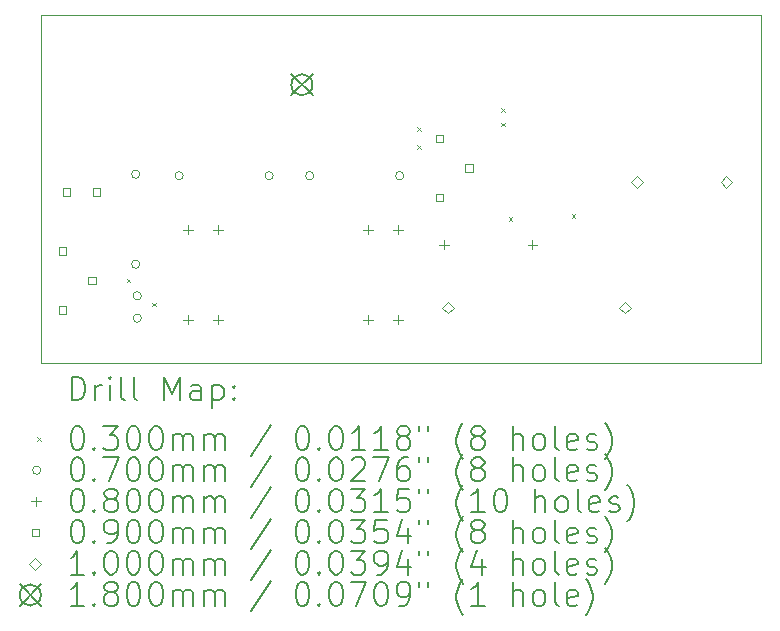
<source format=gbr>
%TF.GenerationSoftware,KiCad,Pcbnew,8.0.2*%
%TF.CreationDate,2024-06-13T18:35:17+05:30*%
%TF.ProjectId,FAC,4641432e-6b69-4636-9164-5f7063625858,rev?*%
%TF.SameCoordinates,Original*%
%TF.FileFunction,Drillmap*%
%TF.FilePolarity,Positive*%
%FSLAX45Y45*%
G04 Gerber Fmt 4.5, Leading zero omitted, Abs format (unit mm)*
G04 Created by KiCad (PCBNEW 8.0.2) date 2024-06-13 18:35:17*
%MOMM*%
%LPD*%
G01*
G04 APERTURE LIST*
%ADD10C,0.050000*%
%ADD11C,0.200000*%
%ADD12C,0.100000*%
%ADD13C,0.180000*%
G04 APERTURE END LIST*
D10*
X12585700Y-7620000D02*
X18681700Y-7620000D01*
X18681700Y-10566400D01*
X12585700Y-10566400D01*
X12585700Y-7620000D01*
D11*
D12*
X13310800Y-9852900D02*
X13340800Y-9882900D01*
X13340800Y-9852900D02*
X13310800Y-9882900D01*
X13526700Y-10056100D02*
X13556700Y-10086100D01*
X13556700Y-10056100D02*
X13526700Y-10086100D01*
X15771100Y-8570200D02*
X15801100Y-8600200D01*
X15801100Y-8570200D02*
X15771100Y-8600200D01*
X15771100Y-8722600D02*
X15801100Y-8752600D01*
X15801100Y-8722600D02*
X15771100Y-8752600D01*
X16482300Y-8408600D02*
X16512300Y-8438600D01*
X16512300Y-8408600D02*
X16482300Y-8438600D01*
X16482300Y-8528600D02*
X16512300Y-8558600D01*
X16512300Y-8528600D02*
X16482300Y-8558600D01*
X16545800Y-9332200D02*
X16575800Y-9362200D01*
X16575800Y-9332200D02*
X16545800Y-9362200D01*
X17079200Y-9306800D02*
X17109200Y-9336800D01*
X17109200Y-9306800D02*
X17079200Y-9336800D01*
X13420800Y-8966200D02*
G75*
G02*
X13350800Y-8966200I-35000J0D01*
G01*
X13350800Y-8966200D02*
G75*
G02*
X13420800Y-8966200I35000J0D01*
G01*
X13420800Y-9728200D02*
G75*
G02*
X13350800Y-9728200I-35000J0D01*
G01*
X13350800Y-9728200D02*
G75*
G02*
X13420800Y-9728200I35000J0D01*
G01*
X13433500Y-9995400D02*
G75*
G02*
X13363500Y-9995400I-35000J0D01*
G01*
X13363500Y-9995400D02*
G75*
G02*
X13433500Y-9995400I35000J0D01*
G01*
X13433500Y-10185400D02*
G75*
G02*
X13363500Y-10185400I-35000J0D01*
G01*
X13363500Y-10185400D02*
G75*
G02*
X13433500Y-10185400I35000J0D01*
G01*
X13789100Y-8978900D02*
G75*
G02*
X13719100Y-8978900I-35000J0D01*
G01*
X13719100Y-8978900D02*
G75*
G02*
X13789100Y-8978900I35000J0D01*
G01*
X14551100Y-8978900D02*
G75*
G02*
X14481100Y-8978900I-35000J0D01*
G01*
X14481100Y-8978900D02*
G75*
G02*
X14551100Y-8978900I35000J0D01*
G01*
X14894000Y-8978900D02*
G75*
G02*
X14824000Y-8978900I-35000J0D01*
G01*
X14824000Y-8978900D02*
G75*
G02*
X14894000Y-8978900I35000J0D01*
G01*
X15656000Y-8978900D02*
G75*
G02*
X15586000Y-8978900I-35000J0D01*
G01*
X15586000Y-8978900D02*
G75*
G02*
X15656000Y-8978900I35000J0D01*
G01*
X13830300Y-9395600D02*
X13830300Y-9475600D01*
X13790300Y-9435600D02*
X13870300Y-9435600D01*
X13830300Y-10157600D02*
X13830300Y-10237600D01*
X13790300Y-10197600D02*
X13870300Y-10197600D01*
X14084300Y-9395600D02*
X14084300Y-9475600D01*
X14044300Y-9435600D02*
X14124300Y-9435600D01*
X14084300Y-10157600D02*
X14084300Y-10237600D01*
X14044300Y-10197600D02*
X14124300Y-10197600D01*
X15354300Y-9395600D02*
X15354300Y-9475600D01*
X15314300Y-9435600D02*
X15394300Y-9435600D01*
X15354300Y-10157600D02*
X15354300Y-10237600D01*
X15314300Y-10197600D02*
X15394300Y-10197600D01*
X15608300Y-9395600D02*
X15608300Y-9475600D01*
X15568300Y-9435600D02*
X15648300Y-9435600D01*
X15608300Y-10157600D02*
X15608300Y-10237600D01*
X15568300Y-10197600D02*
X15648300Y-10197600D01*
X15995300Y-9523100D02*
X15995300Y-9603100D01*
X15955300Y-9563100D02*
X16035300Y-9563100D01*
X16745300Y-9523100D02*
X16745300Y-9603100D01*
X16705300Y-9563100D02*
X16785300Y-9563100D01*
X12799320Y-9649720D02*
X12799320Y-9586080D01*
X12735680Y-9586080D01*
X12735680Y-9649720D01*
X12799320Y-9649720D01*
X12799320Y-10149720D02*
X12799320Y-10086080D01*
X12735680Y-10086080D01*
X12735680Y-10149720D01*
X12799320Y-10149720D01*
X12833420Y-9150420D02*
X12833420Y-9086780D01*
X12769780Y-9086780D01*
X12769780Y-9150420D01*
X12833420Y-9150420D01*
X13049320Y-9899720D02*
X13049320Y-9836080D01*
X12985680Y-9836080D01*
X12985680Y-9899720D01*
X13049320Y-9899720D01*
X13087420Y-9150420D02*
X13087420Y-9086780D01*
X13023780Y-9086780D01*
X13023780Y-9150420D01*
X13087420Y-9150420D01*
X15990220Y-8697220D02*
X15990220Y-8633580D01*
X15926580Y-8633580D01*
X15926580Y-8697220D01*
X15990220Y-8697220D01*
X15990220Y-9197220D02*
X15990220Y-9133580D01*
X15926580Y-9133580D01*
X15926580Y-9197220D01*
X15990220Y-9197220D01*
X16240220Y-8947220D02*
X16240220Y-8883580D01*
X16176580Y-8883580D01*
X16176580Y-8947220D01*
X16240220Y-8947220D01*
X16026700Y-10145350D02*
X16076700Y-10095350D01*
X16026700Y-10045350D01*
X15976700Y-10095350D01*
X16026700Y-10145350D01*
X17526700Y-10145350D02*
X17576700Y-10095350D01*
X17526700Y-10045350D01*
X17476700Y-10095350D01*
X17526700Y-10145350D01*
X17627600Y-9079700D02*
X17677600Y-9029700D01*
X17627600Y-8979700D01*
X17577600Y-9029700D01*
X17627600Y-9079700D01*
X18387600Y-9079700D02*
X18437600Y-9029700D01*
X18387600Y-8979700D01*
X18337600Y-9029700D01*
X18387600Y-9079700D01*
D13*
X14703100Y-8119400D02*
X14883100Y-8299400D01*
X14883100Y-8119400D02*
X14703100Y-8299400D01*
X14883100Y-8209400D02*
G75*
G02*
X14703100Y-8209400I-90000J0D01*
G01*
X14703100Y-8209400D02*
G75*
G02*
X14883100Y-8209400I90000J0D01*
G01*
D11*
X12843977Y-10880384D02*
X12843977Y-10680384D01*
X12843977Y-10680384D02*
X12891596Y-10680384D01*
X12891596Y-10680384D02*
X12920167Y-10689908D01*
X12920167Y-10689908D02*
X12939215Y-10708955D01*
X12939215Y-10708955D02*
X12948739Y-10728003D01*
X12948739Y-10728003D02*
X12958262Y-10766098D01*
X12958262Y-10766098D02*
X12958262Y-10794670D01*
X12958262Y-10794670D02*
X12948739Y-10832765D01*
X12948739Y-10832765D02*
X12939215Y-10851812D01*
X12939215Y-10851812D02*
X12920167Y-10870860D01*
X12920167Y-10870860D02*
X12891596Y-10880384D01*
X12891596Y-10880384D02*
X12843977Y-10880384D01*
X13043977Y-10880384D02*
X13043977Y-10747050D01*
X13043977Y-10785146D02*
X13053501Y-10766098D01*
X13053501Y-10766098D02*
X13063024Y-10756574D01*
X13063024Y-10756574D02*
X13082072Y-10747050D01*
X13082072Y-10747050D02*
X13101120Y-10747050D01*
X13167786Y-10880384D02*
X13167786Y-10747050D01*
X13167786Y-10680384D02*
X13158262Y-10689908D01*
X13158262Y-10689908D02*
X13167786Y-10699431D01*
X13167786Y-10699431D02*
X13177310Y-10689908D01*
X13177310Y-10689908D02*
X13167786Y-10680384D01*
X13167786Y-10680384D02*
X13167786Y-10699431D01*
X13291596Y-10880384D02*
X13272548Y-10870860D01*
X13272548Y-10870860D02*
X13263024Y-10851812D01*
X13263024Y-10851812D02*
X13263024Y-10680384D01*
X13396358Y-10880384D02*
X13377310Y-10870860D01*
X13377310Y-10870860D02*
X13367786Y-10851812D01*
X13367786Y-10851812D02*
X13367786Y-10680384D01*
X13624929Y-10880384D02*
X13624929Y-10680384D01*
X13624929Y-10680384D02*
X13691596Y-10823241D01*
X13691596Y-10823241D02*
X13758262Y-10680384D01*
X13758262Y-10680384D02*
X13758262Y-10880384D01*
X13939215Y-10880384D02*
X13939215Y-10775622D01*
X13939215Y-10775622D02*
X13929691Y-10756574D01*
X13929691Y-10756574D02*
X13910643Y-10747050D01*
X13910643Y-10747050D02*
X13872548Y-10747050D01*
X13872548Y-10747050D02*
X13853501Y-10756574D01*
X13939215Y-10870860D02*
X13920167Y-10880384D01*
X13920167Y-10880384D02*
X13872548Y-10880384D01*
X13872548Y-10880384D02*
X13853501Y-10870860D01*
X13853501Y-10870860D02*
X13843977Y-10851812D01*
X13843977Y-10851812D02*
X13843977Y-10832765D01*
X13843977Y-10832765D02*
X13853501Y-10813717D01*
X13853501Y-10813717D02*
X13872548Y-10804193D01*
X13872548Y-10804193D02*
X13920167Y-10804193D01*
X13920167Y-10804193D02*
X13939215Y-10794670D01*
X14034453Y-10747050D02*
X14034453Y-10947050D01*
X14034453Y-10756574D02*
X14053501Y-10747050D01*
X14053501Y-10747050D02*
X14091596Y-10747050D01*
X14091596Y-10747050D02*
X14110643Y-10756574D01*
X14110643Y-10756574D02*
X14120167Y-10766098D01*
X14120167Y-10766098D02*
X14129691Y-10785146D01*
X14129691Y-10785146D02*
X14129691Y-10842289D01*
X14129691Y-10842289D02*
X14120167Y-10861336D01*
X14120167Y-10861336D02*
X14110643Y-10870860D01*
X14110643Y-10870860D02*
X14091596Y-10880384D01*
X14091596Y-10880384D02*
X14053501Y-10880384D01*
X14053501Y-10880384D02*
X14034453Y-10870860D01*
X14215405Y-10861336D02*
X14224929Y-10870860D01*
X14224929Y-10870860D02*
X14215405Y-10880384D01*
X14215405Y-10880384D02*
X14205882Y-10870860D01*
X14205882Y-10870860D02*
X14215405Y-10861336D01*
X14215405Y-10861336D02*
X14215405Y-10880384D01*
X14215405Y-10756574D02*
X14224929Y-10766098D01*
X14224929Y-10766098D02*
X14215405Y-10775622D01*
X14215405Y-10775622D02*
X14205882Y-10766098D01*
X14205882Y-10766098D02*
X14215405Y-10756574D01*
X14215405Y-10756574D02*
X14215405Y-10775622D01*
D12*
X12553200Y-11193900D02*
X12583200Y-11223900D01*
X12583200Y-11193900D02*
X12553200Y-11223900D01*
D11*
X12882072Y-11100384D02*
X12901120Y-11100384D01*
X12901120Y-11100384D02*
X12920167Y-11109908D01*
X12920167Y-11109908D02*
X12929691Y-11119431D01*
X12929691Y-11119431D02*
X12939215Y-11138479D01*
X12939215Y-11138479D02*
X12948739Y-11176574D01*
X12948739Y-11176574D02*
X12948739Y-11224193D01*
X12948739Y-11224193D02*
X12939215Y-11262288D01*
X12939215Y-11262288D02*
X12929691Y-11281336D01*
X12929691Y-11281336D02*
X12920167Y-11290860D01*
X12920167Y-11290860D02*
X12901120Y-11300384D01*
X12901120Y-11300384D02*
X12882072Y-11300384D01*
X12882072Y-11300384D02*
X12863024Y-11290860D01*
X12863024Y-11290860D02*
X12853501Y-11281336D01*
X12853501Y-11281336D02*
X12843977Y-11262288D01*
X12843977Y-11262288D02*
X12834453Y-11224193D01*
X12834453Y-11224193D02*
X12834453Y-11176574D01*
X12834453Y-11176574D02*
X12843977Y-11138479D01*
X12843977Y-11138479D02*
X12853501Y-11119431D01*
X12853501Y-11119431D02*
X12863024Y-11109908D01*
X12863024Y-11109908D02*
X12882072Y-11100384D01*
X13034453Y-11281336D02*
X13043977Y-11290860D01*
X13043977Y-11290860D02*
X13034453Y-11300384D01*
X13034453Y-11300384D02*
X13024929Y-11290860D01*
X13024929Y-11290860D02*
X13034453Y-11281336D01*
X13034453Y-11281336D02*
X13034453Y-11300384D01*
X13110643Y-11100384D02*
X13234453Y-11100384D01*
X13234453Y-11100384D02*
X13167786Y-11176574D01*
X13167786Y-11176574D02*
X13196358Y-11176574D01*
X13196358Y-11176574D02*
X13215405Y-11186098D01*
X13215405Y-11186098D02*
X13224929Y-11195622D01*
X13224929Y-11195622D02*
X13234453Y-11214669D01*
X13234453Y-11214669D02*
X13234453Y-11262288D01*
X13234453Y-11262288D02*
X13224929Y-11281336D01*
X13224929Y-11281336D02*
X13215405Y-11290860D01*
X13215405Y-11290860D02*
X13196358Y-11300384D01*
X13196358Y-11300384D02*
X13139215Y-11300384D01*
X13139215Y-11300384D02*
X13120167Y-11290860D01*
X13120167Y-11290860D02*
X13110643Y-11281336D01*
X13358262Y-11100384D02*
X13377310Y-11100384D01*
X13377310Y-11100384D02*
X13396358Y-11109908D01*
X13396358Y-11109908D02*
X13405882Y-11119431D01*
X13405882Y-11119431D02*
X13415405Y-11138479D01*
X13415405Y-11138479D02*
X13424929Y-11176574D01*
X13424929Y-11176574D02*
X13424929Y-11224193D01*
X13424929Y-11224193D02*
X13415405Y-11262288D01*
X13415405Y-11262288D02*
X13405882Y-11281336D01*
X13405882Y-11281336D02*
X13396358Y-11290860D01*
X13396358Y-11290860D02*
X13377310Y-11300384D01*
X13377310Y-11300384D02*
X13358262Y-11300384D01*
X13358262Y-11300384D02*
X13339215Y-11290860D01*
X13339215Y-11290860D02*
X13329691Y-11281336D01*
X13329691Y-11281336D02*
X13320167Y-11262288D01*
X13320167Y-11262288D02*
X13310643Y-11224193D01*
X13310643Y-11224193D02*
X13310643Y-11176574D01*
X13310643Y-11176574D02*
X13320167Y-11138479D01*
X13320167Y-11138479D02*
X13329691Y-11119431D01*
X13329691Y-11119431D02*
X13339215Y-11109908D01*
X13339215Y-11109908D02*
X13358262Y-11100384D01*
X13548739Y-11100384D02*
X13567786Y-11100384D01*
X13567786Y-11100384D02*
X13586834Y-11109908D01*
X13586834Y-11109908D02*
X13596358Y-11119431D01*
X13596358Y-11119431D02*
X13605882Y-11138479D01*
X13605882Y-11138479D02*
X13615405Y-11176574D01*
X13615405Y-11176574D02*
X13615405Y-11224193D01*
X13615405Y-11224193D02*
X13605882Y-11262288D01*
X13605882Y-11262288D02*
X13596358Y-11281336D01*
X13596358Y-11281336D02*
X13586834Y-11290860D01*
X13586834Y-11290860D02*
X13567786Y-11300384D01*
X13567786Y-11300384D02*
X13548739Y-11300384D01*
X13548739Y-11300384D02*
X13529691Y-11290860D01*
X13529691Y-11290860D02*
X13520167Y-11281336D01*
X13520167Y-11281336D02*
X13510643Y-11262288D01*
X13510643Y-11262288D02*
X13501120Y-11224193D01*
X13501120Y-11224193D02*
X13501120Y-11176574D01*
X13501120Y-11176574D02*
X13510643Y-11138479D01*
X13510643Y-11138479D02*
X13520167Y-11119431D01*
X13520167Y-11119431D02*
X13529691Y-11109908D01*
X13529691Y-11109908D02*
X13548739Y-11100384D01*
X13701120Y-11300384D02*
X13701120Y-11167050D01*
X13701120Y-11186098D02*
X13710643Y-11176574D01*
X13710643Y-11176574D02*
X13729691Y-11167050D01*
X13729691Y-11167050D02*
X13758263Y-11167050D01*
X13758263Y-11167050D02*
X13777310Y-11176574D01*
X13777310Y-11176574D02*
X13786834Y-11195622D01*
X13786834Y-11195622D02*
X13786834Y-11300384D01*
X13786834Y-11195622D02*
X13796358Y-11176574D01*
X13796358Y-11176574D02*
X13815405Y-11167050D01*
X13815405Y-11167050D02*
X13843977Y-11167050D01*
X13843977Y-11167050D02*
X13863024Y-11176574D01*
X13863024Y-11176574D02*
X13872548Y-11195622D01*
X13872548Y-11195622D02*
X13872548Y-11300384D01*
X13967786Y-11300384D02*
X13967786Y-11167050D01*
X13967786Y-11186098D02*
X13977310Y-11176574D01*
X13977310Y-11176574D02*
X13996358Y-11167050D01*
X13996358Y-11167050D02*
X14024929Y-11167050D01*
X14024929Y-11167050D02*
X14043977Y-11176574D01*
X14043977Y-11176574D02*
X14053501Y-11195622D01*
X14053501Y-11195622D02*
X14053501Y-11300384D01*
X14053501Y-11195622D02*
X14063024Y-11176574D01*
X14063024Y-11176574D02*
X14082072Y-11167050D01*
X14082072Y-11167050D02*
X14110643Y-11167050D01*
X14110643Y-11167050D02*
X14129691Y-11176574D01*
X14129691Y-11176574D02*
X14139215Y-11195622D01*
X14139215Y-11195622D02*
X14139215Y-11300384D01*
X14529691Y-11090860D02*
X14358263Y-11348003D01*
X14786834Y-11100384D02*
X14805882Y-11100384D01*
X14805882Y-11100384D02*
X14824929Y-11109908D01*
X14824929Y-11109908D02*
X14834453Y-11119431D01*
X14834453Y-11119431D02*
X14843977Y-11138479D01*
X14843977Y-11138479D02*
X14853501Y-11176574D01*
X14853501Y-11176574D02*
X14853501Y-11224193D01*
X14853501Y-11224193D02*
X14843977Y-11262288D01*
X14843977Y-11262288D02*
X14834453Y-11281336D01*
X14834453Y-11281336D02*
X14824929Y-11290860D01*
X14824929Y-11290860D02*
X14805882Y-11300384D01*
X14805882Y-11300384D02*
X14786834Y-11300384D01*
X14786834Y-11300384D02*
X14767786Y-11290860D01*
X14767786Y-11290860D02*
X14758263Y-11281336D01*
X14758263Y-11281336D02*
X14748739Y-11262288D01*
X14748739Y-11262288D02*
X14739215Y-11224193D01*
X14739215Y-11224193D02*
X14739215Y-11176574D01*
X14739215Y-11176574D02*
X14748739Y-11138479D01*
X14748739Y-11138479D02*
X14758263Y-11119431D01*
X14758263Y-11119431D02*
X14767786Y-11109908D01*
X14767786Y-11109908D02*
X14786834Y-11100384D01*
X14939215Y-11281336D02*
X14948739Y-11290860D01*
X14948739Y-11290860D02*
X14939215Y-11300384D01*
X14939215Y-11300384D02*
X14929691Y-11290860D01*
X14929691Y-11290860D02*
X14939215Y-11281336D01*
X14939215Y-11281336D02*
X14939215Y-11300384D01*
X15072548Y-11100384D02*
X15091596Y-11100384D01*
X15091596Y-11100384D02*
X15110644Y-11109908D01*
X15110644Y-11109908D02*
X15120167Y-11119431D01*
X15120167Y-11119431D02*
X15129691Y-11138479D01*
X15129691Y-11138479D02*
X15139215Y-11176574D01*
X15139215Y-11176574D02*
X15139215Y-11224193D01*
X15139215Y-11224193D02*
X15129691Y-11262288D01*
X15129691Y-11262288D02*
X15120167Y-11281336D01*
X15120167Y-11281336D02*
X15110644Y-11290860D01*
X15110644Y-11290860D02*
X15091596Y-11300384D01*
X15091596Y-11300384D02*
X15072548Y-11300384D01*
X15072548Y-11300384D02*
X15053501Y-11290860D01*
X15053501Y-11290860D02*
X15043977Y-11281336D01*
X15043977Y-11281336D02*
X15034453Y-11262288D01*
X15034453Y-11262288D02*
X15024929Y-11224193D01*
X15024929Y-11224193D02*
X15024929Y-11176574D01*
X15024929Y-11176574D02*
X15034453Y-11138479D01*
X15034453Y-11138479D02*
X15043977Y-11119431D01*
X15043977Y-11119431D02*
X15053501Y-11109908D01*
X15053501Y-11109908D02*
X15072548Y-11100384D01*
X15329691Y-11300384D02*
X15215406Y-11300384D01*
X15272548Y-11300384D02*
X15272548Y-11100384D01*
X15272548Y-11100384D02*
X15253501Y-11128955D01*
X15253501Y-11128955D02*
X15234453Y-11148003D01*
X15234453Y-11148003D02*
X15215406Y-11157527D01*
X15520167Y-11300384D02*
X15405882Y-11300384D01*
X15463025Y-11300384D02*
X15463025Y-11100384D01*
X15463025Y-11100384D02*
X15443977Y-11128955D01*
X15443977Y-11128955D02*
X15424929Y-11148003D01*
X15424929Y-11148003D02*
X15405882Y-11157527D01*
X15634453Y-11186098D02*
X15615406Y-11176574D01*
X15615406Y-11176574D02*
X15605882Y-11167050D01*
X15605882Y-11167050D02*
X15596358Y-11148003D01*
X15596358Y-11148003D02*
X15596358Y-11138479D01*
X15596358Y-11138479D02*
X15605882Y-11119431D01*
X15605882Y-11119431D02*
X15615406Y-11109908D01*
X15615406Y-11109908D02*
X15634453Y-11100384D01*
X15634453Y-11100384D02*
X15672548Y-11100384D01*
X15672548Y-11100384D02*
X15691596Y-11109908D01*
X15691596Y-11109908D02*
X15701120Y-11119431D01*
X15701120Y-11119431D02*
X15710644Y-11138479D01*
X15710644Y-11138479D02*
X15710644Y-11148003D01*
X15710644Y-11148003D02*
X15701120Y-11167050D01*
X15701120Y-11167050D02*
X15691596Y-11176574D01*
X15691596Y-11176574D02*
X15672548Y-11186098D01*
X15672548Y-11186098D02*
X15634453Y-11186098D01*
X15634453Y-11186098D02*
X15615406Y-11195622D01*
X15615406Y-11195622D02*
X15605882Y-11205146D01*
X15605882Y-11205146D02*
X15596358Y-11224193D01*
X15596358Y-11224193D02*
X15596358Y-11262288D01*
X15596358Y-11262288D02*
X15605882Y-11281336D01*
X15605882Y-11281336D02*
X15615406Y-11290860D01*
X15615406Y-11290860D02*
X15634453Y-11300384D01*
X15634453Y-11300384D02*
X15672548Y-11300384D01*
X15672548Y-11300384D02*
X15691596Y-11290860D01*
X15691596Y-11290860D02*
X15701120Y-11281336D01*
X15701120Y-11281336D02*
X15710644Y-11262288D01*
X15710644Y-11262288D02*
X15710644Y-11224193D01*
X15710644Y-11224193D02*
X15701120Y-11205146D01*
X15701120Y-11205146D02*
X15691596Y-11195622D01*
X15691596Y-11195622D02*
X15672548Y-11186098D01*
X15786834Y-11100384D02*
X15786834Y-11138479D01*
X15863025Y-11100384D02*
X15863025Y-11138479D01*
X16158263Y-11376574D02*
X16148739Y-11367050D01*
X16148739Y-11367050D02*
X16129691Y-11338479D01*
X16129691Y-11338479D02*
X16120168Y-11319431D01*
X16120168Y-11319431D02*
X16110644Y-11290860D01*
X16110644Y-11290860D02*
X16101120Y-11243241D01*
X16101120Y-11243241D02*
X16101120Y-11205146D01*
X16101120Y-11205146D02*
X16110644Y-11157527D01*
X16110644Y-11157527D02*
X16120168Y-11128955D01*
X16120168Y-11128955D02*
X16129691Y-11109908D01*
X16129691Y-11109908D02*
X16148739Y-11081336D01*
X16148739Y-11081336D02*
X16158263Y-11071812D01*
X16263025Y-11186098D02*
X16243977Y-11176574D01*
X16243977Y-11176574D02*
X16234453Y-11167050D01*
X16234453Y-11167050D02*
X16224929Y-11148003D01*
X16224929Y-11148003D02*
X16224929Y-11138479D01*
X16224929Y-11138479D02*
X16234453Y-11119431D01*
X16234453Y-11119431D02*
X16243977Y-11109908D01*
X16243977Y-11109908D02*
X16263025Y-11100384D01*
X16263025Y-11100384D02*
X16301120Y-11100384D01*
X16301120Y-11100384D02*
X16320168Y-11109908D01*
X16320168Y-11109908D02*
X16329691Y-11119431D01*
X16329691Y-11119431D02*
X16339215Y-11138479D01*
X16339215Y-11138479D02*
X16339215Y-11148003D01*
X16339215Y-11148003D02*
X16329691Y-11167050D01*
X16329691Y-11167050D02*
X16320168Y-11176574D01*
X16320168Y-11176574D02*
X16301120Y-11186098D01*
X16301120Y-11186098D02*
X16263025Y-11186098D01*
X16263025Y-11186098D02*
X16243977Y-11195622D01*
X16243977Y-11195622D02*
X16234453Y-11205146D01*
X16234453Y-11205146D02*
X16224929Y-11224193D01*
X16224929Y-11224193D02*
X16224929Y-11262288D01*
X16224929Y-11262288D02*
X16234453Y-11281336D01*
X16234453Y-11281336D02*
X16243977Y-11290860D01*
X16243977Y-11290860D02*
X16263025Y-11300384D01*
X16263025Y-11300384D02*
X16301120Y-11300384D01*
X16301120Y-11300384D02*
X16320168Y-11290860D01*
X16320168Y-11290860D02*
X16329691Y-11281336D01*
X16329691Y-11281336D02*
X16339215Y-11262288D01*
X16339215Y-11262288D02*
X16339215Y-11224193D01*
X16339215Y-11224193D02*
X16329691Y-11205146D01*
X16329691Y-11205146D02*
X16320168Y-11195622D01*
X16320168Y-11195622D02*
X16301120Y-11186098D01*
X16577310Y-11300384D02*
X16577310Y-11100384D01*
X16663025Y-11300384D02*
X16663025Y-11195622D01*
X16663025Y-11195622D02*
X16653501Y-11176574D01*
X16653501Y-11176574D02*
X16634453Y-11167050D01*
X16634453Y-11167050D02*
X16605882Y-11167050D01*
X16605882Y-11167050D02*
X16586834Y-11176574D01*
X16586834Y-11176574D02*
X16577310Y-11186098D01*
X16786834Y-11300384D02*
X16767787Y-11290860D01*
X16767787Y-11290860D02*
X16758263Y-11281336D01*
X16758263Y-11281336D02*
X16748739Y-11262288D01*
X16748739Y-11262288D02*
X16748739Y-11205146D01*
X16748739Y-11205146D02*
X16758263Y-11186098D01*
X16758263Y-11186098D02*
X16767787Y-11176574D01*
X16767787Y-11176574D02*
X16786834Y-11167050D01*
X16786834Y-11167050D02*
X16815406Y-11167050D01*
X16815406Y-11167050D02*
X16834453Y-11176574D01*
X16834453Y-11176574D02*
X16843977Y-11186098D01*
X16843977Y-11186098D02*
X16853501Y-11205146D01*
X16853501Y-11205146D02*
X16853501Y-11262288D01*
X16853501Y-11262288D02*
X16843977Y-11281336D01*
X16843977Y-11281336D02*
X16834453Y-11290860D01*
X16834453Y-11290860D02*
X16815406Y-11300384D01*
X16815406Y-11300384D02*
X16786834Y-11300384D01*
X16967787Y-11300384D02*
X16948739Y-11290860D01*
X16948739Y-11290860D02*
X16939215Y-11271812D01*
X16939215Y-11271812D02*
X16939215Y-11100384D01*
X17120168Y-11290860D02*
X17101120Y-11300384D01*
X17101120Y-11300384D02*
X17063025Y-11300384D01*
X17063025Y-11300384D02*
X17043977Y-11290860D01*
X17043977Y-11290860D02*
X17034453Y-11271812D01*
X17034453Y-11271812D02*
X17034453Y-11195622D01*
X17034453Y-11195622D02*
X17043977Y-11176574D01*
X17043977Y-11176574D02*
X17063025Y-11167050D01*
X17063025Y-11167050D02*
X17101120Y-11167050D01*
X17101120Y-11167050D02*
X17120168Y-11176574D01*
X17120168Y-11176574D02*
X17129692Y-11195622D01*
X17129692Y-11195622D02*
X17129692Y-11214669D01*
X17129692Y-11214669D02*
X17034453Y-11233717D01*
X17205882Y-11290860D02*
X17224930Y-11300384D01*
X17224930Y-11300384D02*
X17263025Y-11300384D01*
X17263025Y-11300384D02*
X17282073Y-11290860D01*
X17282073Y-11290860D02*
X17291596Y-11271812D01*
X17291596Y-11271812D02*
X17291596Y-11262288D01*
X17291596Y-11262288D02*
X17282073Y-11243241D01*
X17282073Y-11243241D02*
X17263025Y-11233717D01*
X17263025Y-11233717D02*
X17234453Y-11233717D01*
X17234453Y-11233717D02*
X17215406Y-11224193D01*
X17215406Y-11224193D02*
X17205882Y-11205146D01*
X17205882Y-11205146D02*
X17205882Y-11195622D01*
X17205882Y-11195622D02*
X17215406Y-11176574D01*
X17215406Y-11176574D02*
X17234453Y-11167050D01*
X17234453Y-11167050D02*
X17263025Y-11167050D01*
X17263025Y-11167050D02*
X17282073Y-11176574D01*
X17358263Y-11376574D02*
X17367787Y-11367050D01*
X17367787Y-11367050D02*
X17386834Y-11338479D01*
X17386834Y-11338479D02*
X17396358Y-11319431D01*
X17396358Y-11319431D02*
X17405882Y-11290860D01*
X17405882Y-11290860D02*
X17415406Y-11243241D01*
X17415406Y-11243241D02*
X17415406Y-11205146D01*
X17415406Y-11205146D02*
X17405882Y-11157527D01*
X17405882Y-11157527D02*
X17396358Y-11128955D01*
X17396358Y-11128955D02*
X17386834Y-11109908D01*
X17386834Y-11109908D02*
X17367787Y-11081336D01*
X17367787Y-11081336D02*
X17358263Y-11071812D01*
D12*
X12583200Y-11472900D02*
G75*
G02*
X12513200Y-11472900I-35000J0D01*
G01*
X12513200Y-11472900D02*
G75*
G02*
X12583200Y-11472900I35000J0D01*
G01*
D11*
X12882072Y-11364384D02*
X12901120Y-11364384D01*
X12901120Y-11364384D02*
X12920167Y-11373908D01*
X12920167Y-11373908D02*
X12929691Y-11383431D01*
X12929691Y-11383431D02*
X12939215Y-11402479D01*
X12939215Y-11402479D02*
X12948739Y-11440574D01*
X12948739Y-11440574D02*
X12948739Y-11488193D01*
X12948739Y-11488193D02*
X12939215Y-11526288D01*
X12939215Y-11526288D02*
X12929691Y-11545336D01*
X12929691Y-11545336D02*
X12920167Y-11554860D01*
X12920167Y-11554860D02*
X12901120Y-11564384D01*
X12901120Y-11564384D02*
X12882072Y-11564384D01*
X12882072Y-11564384D02*
X12863024Y-11554860D01*
X12863024Y-11554860D02*
X12853501Y-11545336D01*
X12853501Y-11545336D02*
X12843977Y-11526288D01*
X12843977Y-11526288D02*
X12834453Y-11488193D01*
X12834453Y-11488193D02*
X12834453Y-11440574D01*
X12834453Y-11440574D02*
X12843977Y-11402479D01*
X12843977Y-11402479D02*
X12853501Y-11383431D01*
X12853501Y-11383431D02*
X12863024Y-11373908D01*
X12863024Y-11373908D02*
X12882072Y-11364384D01*
X13034453Y-11545336D02*
X13043977Y-11554860D01*
X13043977Y-11554860D02*
X13034453Y-11564384D01*
X13034453Y-11564384D02*
X13024929Y-11554860D01*
X13024929Y-11554860D02*
X13034453Y-11545336D01*
X13034453Y-11545336D02*
X13034453Y-11564384D01*
X13110643Y-11364384D02*
X13243977Y-11364384D01*
X13243977Y-11364384D02*
X13158262Y-11564384D01*
X13358262Y-11364384D02*
X13377310Y-11364384D01*
X13377310Y-11364384D02*
X13396358Y-11373908D01*
X13396358Y-11373908D02*
X13405882Y-11383431D01*
X13405882Y-11383431D02*
X13415405Y-11402479D01*
X13415405Y-11402479D02*
X13424929Y-11440574D01*
X13424929Y-11440574D02*
X13424929Y-11488193D01*
X13424929Y-11488193D02*
X13415405Y-11526288D01*
X13415405Y-11526288D02*
X13405882Y-11545336D01*
X13405882Y-11545336D02*
X13396358Y-11554860D01*
X13396358Y-11554860D02*
X13377310Y-11564384D01*
X13377310Y-11564384D02*
X13358262Y-11564384D01*
X13358262Y-11564384D02*
X13339215Y-11554860D01*
X13339215Y-11554860D02*
X13329691Y-11545336D01*
X13329691Y-11545336D02*
X13320167Y-11526288D01*
X13320167Y-11526288D02*
X13310643Y-11488193D01*
X13310643Y-11488193D02*
X13310643Y-11440574D01*
X13310643Y-11440574D02*
X13320167Y-11402479D01*
X13320167Y-11402479D02*
X13329691Y-11383431D01*
X13329691Y-11383431D02*
X13339215Y-11373908D01*
X13339215Y-11373908D02*
X13358262Y-11364384D01*
X13548739Y-11364384D02*
X13567786Y-11364384D01*
X13567786Y-11364384D02*
X13586834Y-11373908D01*
X13586834Y-11373908D02*
X13596358Y-11383431D01*
X13596358Y-11383431D02*
X13605882Y-11402479D01*
X13605882Y-11402479D02*
X13615405Y-11440574D01*
X13615405Y-11440574D02*
X13615405Y-11488193D01*
X13615405Y-11488193D02*
X13605882Y-11526288D01*
X13605882Y-11526288D02*
X13596358Y-11545336D01*
X13596358Y-11545336D02*
X13586834Y-11554860D01*
X13586834Y-11554860D02*
X13567786Y-11564384D01*
X13567786Y-11564384D02*
X13548739Y-11564384D01*
X13548739Y-11564384D02*
X13529691Y-11554860D01*
X13529691Y-11554860D02*
X13520167Y-11545336D01*
X13520167Y-11545336D02*
X13510643Y-11526288D01*
X13510643Y-11526288D02*
X13501120Y-11488193D01*
X13501120Y-11488193D02*
X13501120Y-11440574D01*
X13501120Y-11440574D02*
X13510643Y-11402479D01*
X13510643Y-11402479D02*
X13520167Y-11383431D01*
X13520167Y-11383431D02*
X13529691Y-11373908D01*
X13529691Y-11373908D02*
X13548739Y-11364384D01*
X13701120Y-11564384D02*
X13701120Y-11431050D01*
X13701120Y-11450098D02*
X13710643Y-11440574D01*
X13710643Y-11440574D02*
X13729691Y-11431050D01*
X13729691Y-11431050D02*
X13758263Y-11431050D01*
X13758263Y-11431050D02*
X13777310Y-11440574D01*
X13777310Y-11440574D02*
X13786834Y-11459622D01*
X13786834Y-11459622D02*
X13786834Y-11564384D01*
X13786834Y-11459622D02*
X13796358Y-11440574D01*
X13796358Y-11440574D02*
X13815405Y-11431050D01*
X13815405Y-11431050D02*
X13843977Y-11431050D01*
X13843977Y-11431050D02*
X13863024Y-11440574D01*
X13863024Y-11440574D02*
X13872548Y-11459622D01*
X13872548Y-11459622D02*
X13872548Y-11564384D01*
X13967786Y-11564384D02*
X13967786Y-11431050D01*
X13967786Y-11450098D02*
X13977310Y-11440574D01*
X13977310Y-11440574D02*
X13996358Y-11431050D01*
X13996358Y-11431050D02*
X14024929Y-11431050D01*
X14024929Y-11431050D02*
X14043977Y-11440574D01*
X14043977Y-11440574D02*
X14053501Y-11459622D01*
X14053501Y-11459622D02*
X14053501Y-11564384D01*
X14053501Y-11459622D02*
X14063024Y-11440574D01*
X14063024Y-11440574D02*
X14082072Y-11431050D01*
X14082072Y-11431050D02*
X14110643Y-11431050D01*
X14110643Y-11431050D02*
X14129691Y-11440574D01*
X14129691Y-11440574D02*
X14139215Y-11459622D01*
X14139215Y-11459622D02*
X14139215Y-11564384D01*
X14529691Y-11354860D02*
X14358263Y-11612003D01*
X14786834Y-11364384D02*
X14805882Y-11364384D01*
X14805882Y-11364384D02*
X14824929Y-11373908D01*
X14824929Y-11373908D02*
X14834453Y-11383431D01*
X14834453Y-11383431D02*
X14843977Y-11402479D01*
X14843977Y-11402479D02*
X14853501Y-11440574D01*
X14853501Y-11440574D02*
X14853501Y-11488193D01*
X14853501Y-11488193D02*
X14843977Y-11526288D01*
X14843977Y-11526288D02*
X14834453Y-11545336D01*
X14834453Y-11545336D02*
X14824929Y-11554860D01*
X14824929Y-11554860D02*
X14805882Y-11564384D01*
X14805882Y-11564384D02*
X14786834Y-11564384D01*
X14786834Y-11564384D02*
X14767786Y-11554860D01*
X14767786Y-11554860D02*
X14758263Y-11545336D01*
X14758263Y-11545336D02*
X14748739Y-11526288D01*
X14748739Y-11526288D02*
X14739215Y-11488193D01*
X14739215Y-11488193D02*
X14739215Y-11440574D01*
X14739215Y-11440574D02*
X14748739Y-11402479D01*
X14748739Y-11402479D02*
X14758263Y-11383431D01*
X14758263Y-11383431D02*
X14767786Y-11373908D01*
X14767786Y-11373908D02*
X14786834Y-11364384D01*
X14939215Y-11545336D02*
X14948739Y-11554860D01*
X14948739Y-11554860D02*
X14939215Y-11564384D01*
X14939215Y-11564384D02*
X14929691Y-11554860D01*
X14929691Y-11554860D02*
X14939215Y-11545336D01*
X14939215Y-11545336D02*
X14939215Y-11564384D01*
X15072548Y-11364384D02*
X15091596Y-11364384D01*
X15091596Y-11364384D02*
X15110644Y-11373908D01*
X15110644Y-11373908D02*
X15120167Y-11383431D01*
X15120167Y-11383431D02*
X15129691Y-11402479D01*
X15129691Y-11402479D02*
X15139215Y-11440574D01*
X15139215Y-11440574D02*
X15139215Y-11488193D01*
X15139215Y-11488193D02*
X15129691Y-11526288D01*
X15129691Y-11526288D02*
X15120167Y-11545336D01*
X15120167Y-11545336D02*
X15110644Y-11554860D01*
X15110644Y-11554860D02*
X15091596Y-11564384D01*
X15091596Y-11564384D02*
X15072548Y-11564384D01*
X15072548Y-11564384D02*
X15053501Y-11554860D01*
X15053501Y-11554860D02*
X15043977Y-11545336D01*
X15043977Y-11545336D02*
X15034453Y-11526288D01*
X15034453Y-11526288D02*
X15024929Y-11488193D01*
X15024929Y-11488193D02*
X15024929Y-11440574D01*
X15024929Y-11440574D02*
X15034453Y-11402479D01*
X15034453Y-11402479D02*
X15043977Y-11383431D01*
X15043977Y-11383431D02*
X15053501Y-11373908D01*
X15053501Y-11373908D02*
X15072548Y-11364384D01*
X15215406Y-11383431D02*
X15224929Y-11373908D01*
X15224929Y-11373908D02*
X15243977Y-11364384D01*
X15243977Y-11364384D02*
X15291596Y-11364384D01*
X15291596Y-11364384D02*
X15310644Y-11373908D01*
X15310644Y-11373908D02*
X15320167Y-11383431D01*
X15320167Y-11383431D02*
X15329691Y-11402479D01*
X15329691Y-11402479D02*
X15329691Y-11421527D01*
X15329691Y-11421527D02*
X15320167Y-11450098D01*
X15320167Y-11450098D02*
X15205882Y-11564384D01*
X15205882Y-11564384D02*
X15329691Y-11564384D01*
X15396358Y-11364384D02*
X15529691Y-11364384D01*
X15529691Y-11364384D02*
X15443977Y-11564384D01*
X15691596Y-11364384D02*
X15653501Y-11364384D01*
X15653501Y-11364384D02*
X15634453Y-11373908D01*
X15634453Y-11373908D02*
X15624929Y-11383431D01*
X15624929Y-11383431D02*
X15605882Y-11412003D01*
X15605882Y-11412003D02*
X15596358Y-11450098D01*
X15596358Y-11450098D02*
X15596358Y-11526288D01*
X15596358Y-11526288D02*
X15605882Y-11545336D01*
X15605882Y-11545336D02*
X15615406Y-11554860D01*
X15615406Y-11554860D02*
X15634453Y-11564384D01*
X15634453Y-11564384D02*
X15672548Y-11564384D01*
X15672548Y-11564384D02*
X15691596Y-11554860D01*
X15691596Y-11554860D02*
X15701120Y-11545336D01*
X15701120Y-11545336D02*
X15710644Y-11526288D01*
X15710644Y-11526288D02*
X15710644Y-11478669D01*
X15710644Y-11478669D02*
X15701120Y-11459622D01*
X15701120Y-11459622D02*
X15691596Y-11450098D01*
X15691596Y-11450098D02*
X15672548Y-11440574D01*
X15672548Y-11440574D02*
X15634453Y-11440574D01*
X15634453Y-11440574D02*
X15615406Y-11450098D01*
X15615406Y-11450098D02*
X15605882Y-11459622D01*
X15605882Y-11459622D02*
X15596358Y-11478669D01*
X15786834Y-11364384D02*
X15786834Y-11402479D01*
X15863025Y-11364384D02*
X15863025Y-11402479D01*
X16158263Y-11640574D02*
X16148739Y-11631050D01*
X16148739Y-11631050D02*
X16129691Y-11602479D01*
X16129691Y-11602479D02*
X16120168Y-11583431D01*
X16120168Y-11583431D02*
X16110644Y-11554860D01*
X16110644Y-11554860D02*
X16101120Y-11507241D01*
X16101120Y-11507241D02*
X16101120Y-11469146D01*
X16101120Y-11469146D02*
X16110644Y-11421527D01*
X16110644Y-11421527D02*
X16120168Y-11392955D01*
X16120168Y-11392955D02*
X16129691Y-11373908D01*
X16129691Y-11373908D02*
X16148739Y-11345336D01*
X16148739Y-11345336D02*
X16158263Y-11335812D01*
X16263025Y-11450098D02*
X16243977Y-11440574D01*
X16243977Y-11440574D02*
X16234453Y-11431050D01*
X16234453Y-11431050D02*
X16224929Y-11412003D01*
X16224929Y-11412003D02*
X16224929Y-11402479D01*
X16224929Y-11402479D02*
X16234453Y-11383431D01*
X16234453Y-11383431D02*
X16243977Y-11373908D01*
X16243977Y-11373908D02*
X16263025Y-11364384D01*
X16263025Y-11364384D02*
X16301120Y-11364384D01*
X16301120Y-11364384D02*
X16320168Y-11373908D01*
X16320168Y-11373908D02*
X16329691Y-11383431D01*
X16329691Y-11383431D02*
X16339215Y-11402479D01*
X16339215Y-11402479D02*
X16339215Y-11412003D01*
X16339215Y-11412003D02*
X16329691Y-11431050D01*
X16329691Y-11431050D02*
X16320168Y-11440574D01*
X16320168Y-11440574D02*
X16301120Y-11450098D01*
X16301120Y-11450098D02*
X16263025Y-11450098D01*
X16263025Y-11450098D02*
X16243977Y-11459622D01*
X16243977Y-11459622D02*
X16234453Y-11469146D01*
X16234453Y-11469146D02*
X16224929Y-11488193D01*
X16224929Y-11488193D02*
X16224929Y-11526288D01*
X16224929Y-11526288D02*
X16234453Y-11545336D01*
X16234453Y-11545336D02*
X16243977Y-11554860D01*
X16243977Y-11554860D02*
X16263025Y-11564384D01*
X16263025Y-11564384D02*
X16301120Y-11564384D01*
X16301120Y-11564384D02*
X16320168Y-11554860D01*
X16320168Y-11554860D02*
X16329691Y-11545336D01*
X16329691Y-11545336D02*
X16339215Y-11526288D01*
X16339215Y-11526288D02*
X16339215Y-11488193D01*
X16339215Y-11488193D02*
X16329691Y-11469146D01*
X16329691Y-11469146D02*
X16320168Y-11459622D01*
X16320168Y-11459622D02*
X16301120Y-11450098D01*
X16577310Y-11564384D02*
X16577310Y-11364384D01*
X16663025Y-11564384D02*
X16663025Y-11459622D01*
X16663025Y-11459622D02*
X16653501Y-11440574D01*
X16653501Y-11440574D02*
X16634453Y-11431050D01*
X16634453Y-11431050D02*
X16605882Y-11431050D01*
X16605882Y-11431050D02*
X16586834Y-11440574D01*
X16586834Y-11440574D02*
X16577310Y-11450098D01*
X16786834Y-11564384D02*
X16767787Y-11554860D01*
X16767787Y-11554860D02*
X16758263Y-11545336D01*
X16758263Y-11545336D02*
X16748739Y-11526288D01*
X16748739Y-11526288D02*
X16748739Y-11469146D01*
X16748739Y-11469146D02*
X16758263Y-11450098D01*
X16758263Y-11450098D02*
X16767787Y-11440574D01*
X16767787Y-11440574D02*
X16786834Y-11431050D01*
X16786834Y-11431050D02*
X16815406Y-11431050D01*
X16815406Y-11431050D02*
X16834453Y-11440574D01*
X16834453Y-11440574D02*
X16843977Y-11450098D01*
X16843977Y-11450098D02*
X16853501Y-11469146D01*
X16853501Y-11469146D02*
X16853501Y-11526288D01*
X16853501Y-11526288D02*
X16843977Y-11545336D01*
X16843977Y-11545336D02*
X16834453Y-11554860D01*
X16834453Y-11554860D02*
X16815406Y-11564384D01*
X16815406Y-11564384D02*
X16786834Y-11564384D01*
X16967787Y-11564384D02*
X16948739Y-11554860D01*
X16948739Y-11554860D02*
X16939215Y-11535812D01*
X16939215Y-11535812D02*
X16939215Y-11364384D01*
X17120168Y-11554860D02*
X17101120Y-11564384D01*
X17101120Y-11564384D02*
X17063025Y-11564384D01*
X17063025Y-11564384D02*
X17043977Y-11554860D01*
X17043977Y-11554860D02*
X17034453Y-11535812D01*
X17034453Y-11535812D02*
X17034453Y-11459622D01*
X17034453Y-11459622D02*
X17043977Y-11440574D01*
X17043977Y-11440574D02*
X17063025Y-11431050D01*
X17063025Y-11431050D02*
X17101120Y-11431050D01*
X17101120Y-11431050D02*
X17120168Y-11440574D01*
X17120168Y-11440574D02*
X17129692Y-11459622D01*
X17129692Y-11459622D02*
X17129692Y-11478669D01*
X17129692Y-11478669D02*
X17034453Y-11497717D01*
X17205882Y-11554860D02*
X17224930Y-11564384D01*
X17224930Y-11564384D02*
X17263025Y-11564384D01*
X17263025Y-11564384D02*
X17282073Y-11554860D01*
X17282073Y-11554860D02*
X17291596Y-11535812D01*
X17291596Y-11535812D02*
X17291596Y-11526288D01*
X17291596Y-11526288D02*
X17282073Y-11507241D01*
X17282073Y-11507241D02*
X17263025Y-11497717D01*
X17263025Y-11497717D02*
X17234453Y-11497717D01*
X17234453Y-11497717D02*
X17215406Y-11488193D01*
X17215406Y-11488193D02*
X17205882Y-11469146D01*
X17205882Y-11469146D02*
X17205882Y-11459622D01*
X17205882Y-11459622D02*
X17215406Y-11440574D01*
X17215406Y-11440574D02*
X17234453Y-11431050D01*
X17234453Y-11431050D02*
X17263025Y-11431050D01*
X17263025Y-11431050D02*
X17282073Y-11440574D01*
X17358263Y-11640574D02*
X17367787Y-11631050D01*
X17367787Y-11631050D02*
X17386834Y-11602479D01*
X17386834Y-11602479D02*
X17396358Y-11583431D01*
X17396358Y-11583431D02*
X17405882Y-11554860D01*
X17405882Y-11554860D02*
X17415406Y-11507241D01*
X17415406Y-11507241D02*
X17415406Y-11469146D01*
X17415406Y-11469146D02*
X17405882Y-11421527D01*
X17405882Y-11421527D02*
X17396358Y-11392955D01*
X17396358Y-11392955D02*
X17386834Y-11373908D01*
X17386834Y-11373908D02*
X17367787Y-11345336D01*
X17367787Y-11345336D02*
X17358263Y-11335812D01*
D12*
X12543200Y-11696900D02*
X12543200Y-11776900D01*
X12503200Y-11736900D02*
X12583200Y-11736900D01*
D11*
X12882072Y-11628384D02*
X12901120Y-11628384D01*
X12901120Y-11628384D02*
X12920167Y-11637908D01*
X12920167Y-11637908D02*
X12929691Y-11647431D01*
X12929691Y-11647431D02*
X12939215Y-11666479D01*
X12939215Y-11666479D02*
X12948739Y-11704574D01*
X12948739Y-11704574D02*
X12948739Y-11752193D01*
X12948739Y-11752193D02*
X12939215Y-11790288D01*
X12939215Y-11790288D02*
X12929691Y-11809336D01*
X12929691Y-11809336D02*
X12920167Y-11818860D01*
X12920167Y-11818860D02*
X12901120Y-11828384D01*
X12901120Y-11828384D02*
X12882072Y-11828384D01*
X12882072Y-11828384D02*
X12863024Y-11818860D01*
X12863024Y-11818860D02*
X12853501Y-11809336D01*
X12853501Y-11809336D02*
X12843977Y-11790288D01*
X12843977Y-11790288D02*
X12834453Y-11752193D01*
X12834453Y-11752193D02*
X12834453Y-11704574D01*
X12834453Y-11704574D02*
X12843977Y-11666479D01*
X12843977Y-11666479D02*
X12853501Y-11647431D01*
X12853501Y-11647431D02*
X12863024Y-11637908D01*
X12863024Y-11637908D02*
X12882072Y-11628384D01*
X13034453Y-11809336D02*
X13043977Y-11818860D01*
X13043977Y-11818860D02*
X13034453Y-11828384D01*
X13034453Y-11828384D02*
X13024929Y-11818860D01*
X13024929Y-11818860D02*
X13034453Y-11809336D01*
X13034453Y-11809336D02*
X13034453Y-11828384D01*
X13158262Y-11714098D02*
X13139215Y-11704574D01*
X13139215Y-11704574D02*
X13129691Y-11695050D01*
X13129691Y-11695050D02*
X13120167Y-11676003D01*
X13120167Y-11676003D02*
X13120167Y-11666479D01*
X13120167Y-11666479D02*
X13129691Y-11647431D01*
X13129691Y-11647431D02*
X13139215Y-11637908D01*
X13139215Y-11637908D02*
X13158262Y-11628384D01*
X13158262Y-11628384D02*
X13196358Y-11628384D01*
X13196358Y-11628384D02*
X13215405Y-11637908D01*
X13215405Y-11637908D02*
X13224929Y-11647431D01*
X13224929Y-11647431D02*
X13234453Y-11666479D01*
X13234453Y-11666479D02*
X13234453Y-11676003D01*
X13234453Y-11676003D02*
X13224929Y-11695050D01*
X13224929Y-11695050D02*
X13215405Y-11704574D01*
X13215405Y-11704574D02*
X13196358Y-11714098D01*
X13196358Y-11714098D02*
X13158262Y-11714098D01*
X13158262Y-11714098D02*
X13139215Y-11723622D01*
X13139215Y-11723622D02*
X13129691Y-11733146D01*
X13129691Y-11733146D02*
X13120167Y-11752193D01*
X13120167Y-11752193D02*
X13120167Y-11790288D01*
X13120167Y-11790288D02*
X13129691Y-11809336D01*
X13129691Y-11809336D02*
X13139215Y-11818860D01*
X13139215Y-11818860D02*
X13158262Y-11828384D01*
X13158262Y-11828384D02*
X13196358Y-11828384D01*
X13196358Y-11828384D02*
X13215405Y-11818860D01*
X13215405Y-11818860D02*
X13224929Y-11809336D01*
X13224929Y-11809336D02*
X13234453Y-11790288D01*
X13234453Y-11790288D02*
X13234453Y-11752193D01*
X13234453Y-11752193D02*
X13224929Y-11733146D01*
X13224929Y-11733146D02*
X13215405Y-11723622D01*
X13215405Y-11723622D02*
X13196358Y-11714098D01*
X13358262Y-11628384D02*
X13377310Y-11628384D01*
X13377310Y-11628384D02*
X13396358Y-11637908D01*
X13396358Y-11637908D02*
X13405882Y-11647431D01*
X13405882Y-11647431D02*
X13415405Y-11666479D01*
X13415405Y-11666479D02*
X13424929Y-11704574D01*
X13424929Y-11704574D02*
X13424929Y-11752193D01*
X13424929Y-11752193D02*
X13415405Y-11790288D01*
X13415405Y-11790288D02*
X13405882Y-11809336D01*
X13405882Y-11809336D02*
X13396358Y-11818860D01*
X13396358Y-11818860D02*
X13377310Y-11828384D01*
X13377310Y-11828384D02*
X13358262Y-11828384D01*
X13358262Y-11828384D02*
X13339215Y-11818860D01*
X13339215Y-11818860D02*
X13329691Y-11809336D01*
X13329691Y-11809336D02*
X13320167Y-11790288D01*
X13320167Y-11790288D02*
X13310643Y-11752193D01*
X13310643Y-11752193D02*
X13310643Y-11704574D01*
X13310643Y-11704574D02*
X13320167Y-11666479D01*
X13320167Y-11666479D02*
X13329691Y-11647431D01*
X13329691Y-11647431D02*
X13339215Y-11637908D01*
X13339215Y-11637908D02*
X13358262Y-11628384D01*
X13548739Y-11628384D02*
X13567786Y-11628384D01*
X13567786Y-11628384D02*
X13586834Y-11637908D01*
X13586834Y-11637908D02*
X13596358Y-11647431D01*
X13596358Y-11647431D02*
X13605882Y-11666479D01*
X13605882Y-11666479D02*
X13615405Y-11704574D01*
X13615405Y-11704574D02*
X13615405Y-11752193D01*
X13615405Y-11752193D02*
X13605882Y-11790288D01*
X13605882Y-11790288D02*
X13596358Y-11809336D01*
X13596358Y-11809336D02*
X13586834Y-11818860D01*
X13586834Y-11818860D02*
X13567786Y-11828384D01*
X13567786Y-11828384D02*
X13548739Y-11828384D01*
X13548739Y-11828384D02*
X13529691Y-11818860D01*
X13529691Y-11818860D02*
X13520167Y-11809336D01*
X13520167Y-11809336D02*
X13510643Y-11790288D01*
X13510643Y-11790288D02*
X13501120Y-11752193D01*
X13501120Y-11752193D02*
X13501120Y-11704574D01*
X13501120Y-11704574D02*
X13510643Y-11666479D01*
X13510643Y-11666479D02*
X13520167Y-11647431D01*
X13520167Y-11647431D02*
X13529691Y-11637908D01*
X13529691Y-11637908D02*
X13548739Y-11628384D01*
X13701120Y-11828384D02*
X13701120Y-11695050D01*
X13701120Y-11714098D02*
X13710643Y-11704574D01*
X13710643Y-11704574D02*
X13729691Y-11695050D01*
X13729691Y-11695050D02*
X13758263Y-11695050D01*
X13758263Y-11695050D02*
X13777310Y-11704574D01*
X13777310Y-11704574D02*
X13786834Y-11723622D01*
X13786834Y-11723622D02*
X13786834Y-11828384D01*
X13786834Y-11723622D02*
X13796358Y-11704574D01*
X13796358Y-11704574D02*
X13815405Y-11695050D01*
X13815405Y-11695050D02*
X13843977Y-11695050D01*
X13843977Y-11695050D02*
X13863024Y-11704574D01*
X13863024Y-11704574D02*
X13872548Y-11723622D01*
X13872548Y-11723622D02*
X13872548Y-11828384D01*
X13967786Y-11828384D02*
X13967786Y-11695050D01*
X13967786Y-11714098D02*
X13977310Y-11704574D01*
X13977310Y-11704574D02*
X13996358Y-11695050D01*
X13996358Y-11695050D02*
X14024929Y-11695050D01*
X14024929Y-11695050D02*
X14043977Y-11704574D01*
X14043977Y-11704574D02*
X14053501Y-11723622D01*
X14053501Y-11723622D02*
X14053501Y-11828384D01*
X14053501Y-11723622D02*
X14063024Y-11704574D01*
X14063024Y-11704574D02*
X14082072Y-11695050D01*
X14082072Y-11695050D02*
X14110643Y-11695050D01*
X14110643Y-11695050D02*
X14129691Y-11704574D01*
X14129691Y-11704574D02*
X14139215Y-11723622D01*
X14139215Y-11723622D02*
X14139215Y-11828384D01*
X14529691Y-11618860D02*
X14358263Y-11876003D01*
X14786834Y-11628384D02*
X14805882Y-11628384D01*
X14805882Y-11628384D02*
X14824929Y-11637908D01*
X14824929Y-11637908D02*
X14834453Y-11647431D01*
X14834453Y-11647431D02*
X14843977Y-11666479D01*
X14843977Y-11666479D02*
X14853501Y-11704574D01*
X14853501Y-11704574D02*
X14853501Y-11752193D01*
X14853501Y-11752193D02*
X14843977Y-11790288D01*
X14843977Y-11790288D02*
X14834453Y-11809336D01*
X14834453Y-11809336D02*
X14824929Y-11818860D01*
X14824929Y-11818860D02*
X14805882Y-11828384D01*
X14805882Y-11828384D02*
X14786834Y-11828384D01*
X14786834Y-11828384D02*
X14767786Y-11818860D01*
X14767786Y-11818860D02*
X14758263Y-11809336D01*
X14758263Y-11809336D02*
X14748739Y-11790288D01*
X14748739Y-11790288D02*
X14739215Y-11752193D01*
X14739215Y-11752193D02*
X14739215Y-11704574D01*
X14739215Y-11704574D02*
X14748739Y-11666479D01*
X14748739Y-11666479D02*
X14758263Y-11647431D01*
X14758263Y-11647431D02*
X14767786Y-11637908D01*
X14767786Y-11637908D02*
X14786834Y-11628384D01*
X14939215Y-11809336D02*
X14948739Y-11818860D01*
X14948739Y-11818860D02*
X14939215Y-11828384D01*
X14939215Y-11828384D02*
X14929691Y-11818860D01*
X14929691Y-11818860D02*
X14939215Y-11809336D01*
X14939215Y-11809336D02*
X14939215Y-11828384D01*
X15072548Y-11628384D02*
X15091596Y-11628384D01*
X15091596Y-11628384D02*
X15110644Y-11637908D01*
X15110644Y-11637908D02*
X15120167Y-11647431D01*
X15120167Y-11647431D02*
X15129691Y-11666479D01*
X15129691Y-11666479D02*
X15139215Y-11704574D01*
X15139215Y-11704574D02*
X15139215Y-11752193D01*
X15139215Y-11752193D02*
X15129691Y-11790288D01*
X15129691Y-11790288D02*
X15120167Y-11809336D01*
X15120167Y-11809336D02*
X15110644Y-11818860D01*
X15110644Y-11818860D02*
X15091596Y-11828384D01*
X15091596Y-11828384D02*
X15072548Y-11828384D01*
X15072548Y-11828384D02*
X15053501Y-11818860D01*
X15053501Y-11818860D02*
X15043977Y-11809336D01*
X15043977Y-11809336D02*
X15034453Y-11790288D01*
X15034453Y-11790288D02*
X15024929Y-11752193D01*
X15024929Y-11752193D02*
X15024929Y-11704574D01*
X15024929Y-11704574D02*
X15034453Y-11666479D01*
X15034453Y-11666479D02*
X15043977Y-11647431D01*
X15043977Y-11647431D02*
X15053501Y-11637908D01*
X15053501Y-11637908D02*
X15072548Y-11628384D01*
X15205882Y-11628384D02*
X15329691Y-11628384D01*
X15329691Y-11628384D02*
X15263025Y-11704574D01*
X15263025Y-11704574D02*
X15291596Y-11704574D01*
X15291596Y-11704574D02*
X15310644Y-11714098D01*
X15310644Y-11714098D02*
X15320167Y-11723622D01*
X15320167Y-11723622D02*
X15329691Y-11742669D01*
X15329691Y-11742669D02*
X15329691Y-11790288D01*
X15329691Y-11790288D02*
X15320167Y-11809336D01*
X15320167Y-11809336D02*
X15310644Y-11818860D01*
X15310644Y-11818860D02*
X15291596Y-11828384D01*
X15291596Y-11828384D02*
X15234453Y-11828384D01*
X15234453Y-11828384D02*
X15215406Y-11818860D01*
X15215406Y-11818860D02*
X15205882Y-11809336D01*
X15520167Y-11828384D02*
X15405882Y-11828384D01*
X15463025Y-11828384D02*
X15463025Y-11628384D01*
X15463025Y-11628384D02*
X15443977Y-11656955D01*
X15443977Y-11656955D02*
X15424929Y-11676003D01*
X15424929Y-11676003D02*
X15405882Y-11685527D01*
X15701120Y-11628384D02*
X15605882Y-11628384D01*
X15605882Y-11628384D02*
X15596358Y-11723622D01*
X15596358Y-11723622D02*
X15605882Y-11714098D01*
X15605882Y-11714098D02*
X15624929Y-11704574D01*
X15624929Y-11704574D02*
X15672548Y-11704574D01*
X15672548Y-11704574D02*
X15691596Y-11714098D01*
X15691596Y-11714098D02*
X15701120Y-11723622D01*
X15701120Y-11723622D02*
X15710644Y-11742669D01*
X15710644Y-11742669D02*
X15710644Y-11790288D01*
X15710644Y-11790288D02*
X15701120Y-11809336D01*
X15701120Y-11809336D02*
X15691596Y-11818860D01*
X15691596Y-11818860D02*
X15672548Y-11828384D01*
X15672548Y-11828384D02*
X15624929Y-11828384D01*
X15624929Y-11828384D02*
X15605882Y-11818860D01*
X15605882Y-11818860D02*
X15596358Y-11809336D01*
X15786834Y-11628384D02*
X15786834Y-11666479D01*
X15863025Y-11628384D02*
X15863025Y-11666479D01*
X16158263Y-11904574D02*
X16148739Y-11895050D01*
X16148739Y-11895050D02*
X16129691Y-11866479D01*
X16129691Y-11866479D02*
X16120168Y-11847431D01*
X16120168Y-11847431D02*
X16110644Y-11818860D01*
X16110644Y-11818860D02*
X16101120Y-11771241D01*
X16101120Y-11771241D02*
X16101120Y-11733146D01*
X16101120Y-11733146D02*
X16110644Y-11685527D01*
X16110644Y-11685527D02*
X16120168Y-11656955D01*
X16120168Y-11656955D02*
X16129691Y-11637908D01*
X16129691Y-11637908D02*
X16148739Y-11609336D01*
X16148739Y-11609336D02*
X16158263Y-11599812D01*
X16339215Y-11828384D02*
X16224929Y-11828384D01*
X16282072Y-11828384D02*
X16282072Y-11628384D01*
X16282072Y-11628384D02*
X16263025Y-11656955D01*
X16263025Y-11656955D02*
X16243977Y-11676003D01*
X16243977Y-11676003D02*
X16224929Y-11685527D01*
X16463025Y-11628384D02*
X16482072Y-11628384D01*
X16482072Y-11628384D02*
X16501120Y-11637908D01*
X16501120Y-11637908D02*
X16510644Y-11647431D01*
X16510644Y-11647431D02*
X16520168Y-11666479D01*
X16520168Y-11666479D02*
X16529691Y-11704574D01*
X16529691Y-11704574D02*
X16529691Y-11752193D01*
X16529691Y-11752193D02*
X16520168Y-11790288D01*
X16520168Y-11790288D02*
X16510644Y-11809336D01*
X16510644Y-11809336D02*
X16501120Y-11818860D01*
X16501120Y-11818860D02*
X16482072Y-11828384D01*
X16482072Y-11828384D02*
X16463025Y-11828384D01*
X16463025Y-11828384D02*
X16443977Y-11818860D01*
X16443977Y-11818860D02*
X16434453Y-11809336D01*
X16434453Y-11809336D02*
X16424929Y-11790288D01*
X16424929Y-11790288D02*
X16415406Y-11752193D01*
X16415406Y-11752193D02*
X16415406Y-11704574D01*
X16415406Y-11704574D02*
X16424929Y-11666479D01*
X16424929Y-11666479D02*
X16434453Y-11647431D01*
X16434453Y-11647431D02*
X16443977Y-11637908D01*
X16443977Y-11637908D02*
X16463025Y-11628384D01*
X16767787Y-11828384D02*
X16767787Y-11628384D01*
X16853501Y-11828384D02*
X16853501Y-11723622D01*
X16853501Y-11723622D02*
X16843977Y-11704574D01*
X16843977Y-11704574D02*
X16824930Y-11695050D01*
X16824930Y-11695050D02*
X16796358Y-11695050D01*
X16796358Y-11695050D02*
X16777311Y-11704574D01*
X16777311Y-11704574D02*
X16767787Y-11714098D01*
X16977311Y-11828384D02*
X16958263Y-11818860D01*
X16958263Y-11818860D02*
X16948739Y-11809336D01*
X16948739Y-11809336D02*
X16939215Y-11790288D01*
X16939215Y-11790288D02*
X16939215Y-11733146D01*
X16939215Y-11733146D02*
X16948739Y-11714098D01*
X16948739Y-11714098D02*
X16958263Y-11704574D01*
X16958263Y-11704574D02*
X16977311Y-11695050D01*
X16977311Y-11695050D02*
X17005882Y-11695050D01*
X17005882Y-11695050D02*
X17024930Y-11704574D01*
X17024930Y-11704574D02*
X17034453Y-11714098D01*
X17034453Y-11714098D02*
X17043977Y-11733146D01*
X17043977Y-11733146D02*
X17043977Y-11790288D01*
X17043977Y-11790288D02*
X17034453Y-11809336D01*
X17034453Y-11809336D02*
X17024930Y-11818860D01*
X17024930Y-11818860D02*
X17005882Y-11828384D01*
X17005882Y-11828384D02*
X16977311Y-11828384D01*
X17158263Y-11828384D02*
X17139215Y-11818860D01*
X17139215Y-11818860D02*
X17129692Y-11799812D01*
X17129692Y-11799812D02*
X17129692Y-11628384D01*
X17310644Y-11818860D02*
X17291596Y-11828384D01*
X17291596Y-11828384D02*
X17253501Y-11828384D01*
X17253501Y-11828384D02*
X17234453Y-11818860D01*
X17234453Y-11818860D02*
X17224930Y-11799812D01*
X17224930Y-11799812D02*
X17224930Y-11723622D01*
X17224930Y-11723622D02*
X17234453Y-11704574D01*
X17234453Y-11704574D02*
X17253501Y-11695050D01*
X17253501Y-11695050D02*
X17291596Y-11695050D01*
X17291596Y-11695050D02*
X17310644Y-11704574D01*
X17310644Y-11704574D02*
X17320168Y-11723622D01*
X17320168Y-11723622D02*
X17320168Y-11742669D01*
X17320168Y-11742669D02*
X17224930Y-11761717D01*
X17396358Y-11818860D02*
X17415406Y-11828384D01*
X17415406Y-11828384D02*
X17453501Y-11828384D01*
X17453501Y-11828384D02*
X17472549Y-11818860D01*
X17472549Y-11818860D02*
X17482073Y-11799812D01*
X17482073Y-11799812D02*
X17482073Y-11790288D01*
X17482073Y-11790288D02*
X17472549Y-11771241D01*
X17472549Y-11771241D02*
X17453501Y-11761717D01*
X17453501Y-11761717D02*
X17424930Y-11761717D01*
X17424930Y-11761717D02*
X17405882Y-11752193D01*
X17405882Y-11752193D02*
X17396358Y-11733146D01*
X17396358Y-11733146D02*
X17396358Y-11723622D01*
X17396358Y-11723622D02*
X17405882Y-11704574D01*
X17405882Y-11704574D02*
X17424930Y-11695050D01*
X17424930Y-11695050D02*
X17453501Y-11695050D01*
X17453501Y-11695050D02*
X17472549Y-11704574D01*
X17548739Y-11904574D02*
X17558263Y-11895050D01*
X17558263Y-11895050D02*
X17577311Y-11866479D01*
X17577311Y-11866479D02*
X17586834Y-11847431D01*
X17586834Y-11847431D02*
X17596358Y-11818860D01*
X17596358Y-11818860D02*
X17605882Y-11771241D01*
X17605882Y-11771241D02*
X17605882Y-11733146D01*
X17605882Y-11733146D02*
X17596358Y-11685527D01*
X17596358Y-11685527D02*
X17586834Y-11656955D01*
X17586834Y-11656955D02*
X17577311Y-11637908D01*
X17577311Y-11637908D02*
X17558263Y-11609336D01*
X17558263Y-11609336D02*
X17548739Y-11599812D01*
D12*
X12570020Y-12032720D02*
X12570020Y-11969080D01*
X12506380Y-11969080D01*
X12506380Y-12032720D01*
X12570020Y-12032720D01*
D11*
X12882072Y-11892384D02*
X12901120Y-11892384D01*
X12901120Y-11892384D02*
X12920167Y-11901908D01*
X12920167Y-11901908D02*
X12929691Y-11911431D01*
X12929691Y-11911431D02*
X12939215Y-11930479D01*
X12939215Y-11930479D02*
X12948739Y-11968574D01*
X12948739Y-11968574D02*
X12948739Y-12016193D01*
X12948739Y-12016193D02*
X12939215Y-12054288D01*
X12939215Y-12054288D02*
X12929691Y-12073336D01*
X12929691Y-12073336D02*
X12920167Y-12082860D01*
X12920167Y-12082860D02*
X12901120Y-12092384D01*
X12901120Y-12092384D02*
X12882072Y-12092384D01*
X12882072Y-12092384D02*
X12863024Y-12082860D01*
X12863024Y-12082860D02*
X12853501Y-12073336D01*
X12853501Y-12073336D02*
X12843977Y-12054288D01*
X12843977Y-12054288D02*
X12834453Y-12016193D01*
X12834453Y-12016193D02*
X12834453Y-11968574D01*
X12834453Y-11968574D02*
X12843977Y-11930479D01*
X12843977Y-11930479D02*
X12853501Y-11911431D01*
X12853501Y-11911431D02*
X12863024Y-11901908D01*
X12863024Y-11901908D02*
X12882072Y-11892384D01*
X13034453Y-12073336D02*
X13043977Y-12082860D01*
X13043977Y-12082860D02*
X13034453Y-12092384D01*
X13034453Y-12092384D02*
X13024929Y-12082860D01*
X13024929Y-12082860D02*
X13034453Y-12073336D01*
X13034453Y-12073336D02*
X13034453Y-12092384D01*
X13139215Y-12092384D02*
X13177310Y-12092384D01*
X13177310Y-12092384D02*
X13196358Y-12082860D01*
X13196358Y-12082860D02*
X13205882Y-12073336D01*
X13205882Y-12073336D02*
X13224929Y-12044765D01*
X13224929Y-12044765D02*
X13234453Y-12006669D01*
X13234453Y-12006669D02*
X13234453Y-11930479D01*
X13234453Y-11930479D02*
X13224929Y-11911431D01*
X13224929Y-11911431D02*
X13215405Y-11901908D01*
X13215405Y-11901908D02*
X13196358Y-11892384D01*
X13196358Y-11892384D02*
X13158262Y-11892384D01*
X13158262Y-11892384D02*
X13139215Y-11901908D01*
X13139215Y-11901908D02*
X13129691Y-11911431D01*
X13129691Y-11911431D02*
X13120167Y-11930479D01*
X13120167Y-11930479D02*
X13120167Y-11978098D01*
X13120167Y-11978098D02*
X13129691Y-11997146D01*
X13129691Y-11997146D02*
X13139215Y-12006669D01*
X13139215Y-12006669D02*
X13158262Y-12016193D01*
X13158262Y-12016193D02*
X13196358Y-12016193D01*
X13196358Y-12016193D02*
X13215405Y-12006669D01*
X13215405Y-12006669D02*
X13224929Y-11997146D01*
X13224929Y-11997146D02*
X13234453Y-11978098D01*
X13358262Y-11892384D02*
X13377310Y-11892384D01*
X13377310Y-11892384D02*
X13396358Y-11901908D01*
X13396358Y-11901908D02*
X13405882Y-11911431D01*
X13405882Y-11911431D02*
X13415405Y-11930479D01*
X13415405Y-11930479D02*
X13424929Y-11968574D01*
X13424929Y-11968574D02*
X13424929Y-12016193D01*
X13424929Y-12016193D02*
X13415405Y-12054288D01*
X13415405Y-12054288D02*
X13405882Y-12073336D01*
X13405882Y-12073336D02*
X13396358Y-12082860D01*
X13396358Y-12082860D02*
X13377310Y-12092384D01*
X13377310Y-12092384D02*
X13358262Y-12092384D01*
X13358262Y-12092384D02*
X13339215Y-12082860D01*
X13339215Y-12082860D02*
X13329691Y-12073336D01*
X13329691Y-12073336D02*
X13320167Y-12054288D01*
X13320167Y-12054288D02*
X13310643Y-12016193D01*
X13310643Y-12016193D02*
X13310643Y-11968574D01*
X13310643Y-11968574D02*
X13320167Y-11930479D01*
X13320167Y-11930479D02*
X13329691Y-11911431D01*
X13329691Y-11911431D02*
X13339215Y-11901908D01*
X13339215Y-11901908D02*
X13358262Y-11892384D01*
X13548739Y-11892384D02*
X13567786Y-11892384D01*
X13567786Y-11892384D02*
X13586834Y-11901908D01*
X13586834Y-11901908D02*
X13596358Y-11911431D01*
X13596358Y-11911431D02*
X13605882Y-11930479D01*
X13605882Y-11930479D02*
X13615405Y-11968574D01*
X13615405Y-11968574D02*
X13615405Y-12016193D01*
X13615405Y-12016193D02*
X13605882Y-12054288D01*
X13605882Y-12054288D02*
X13596358Y-12073336D01*
X13596358Y-12073336D02*
X13586834Y-12082860D01*
X13586834Y-12082860D02*
X13567786Y-12092384D01*
X13567786Y-12092384D02*
X13548739Y-12092384D01*
X13548739Y-12092384D02*
X13529691Y-12082860D01*
X13529691Y-12082860D02*
X13520167Y-12073336D01*
X13520167Y-12073336D02*
X13510643Y-12054288D01*
X13510643Y-12054288D02*
X13501120Y-12016193D01*
X13501120Y-12016193D02*
X13501120Y-11968574D01*
X13501120Y-11968574D02*
X13510643Y-11930479D01*
X13510643Y-11930479D02*
X13520167Y-11911431D01*
X13520167Y-11911431D02*
X13529691Y-11901908D01*
X13529691Y-11901908D02*
X13548739Y-11892384D01*
X13701120Y-12092384D02*
X13701120Y-11959050D01*
X13701120Y-11978098D02*
X13710643Y-11968574D01*
X13710643Y-11968574D02*
X13729691Y-11959050D01*
X13729691Y-11959050D02*
X13758263Y-11959050D01*
X13758263Y-11959050D02*
X13777310Y-11968574D01*
X13777310Y-11968574D02*
X13786834Y-11987622D01*
X13786834Y-11987622D02*
X13786834Y-12092384D01*
X13786834Y-11987622D02*
X13796358Y-11968574D01*
X13796358Y-11968574D02*
X13815405Y-11959050D01*
X13815405Y-11959050D02*
X13843977Y-11959050D01*
X13843977Y-11959050D02*
X13863024Y-11968574D01*
X13863024Y-11968574D02*
X13872548Y-11987622D01*
X13872548Y-11987622D02*
X13872548Y-12092384D01*
X13967786Y-12092384D02*
X13967786Y-11959050D01*
X13967786Y-11978098D02*
X13977310Y-11968574D01*
X13977310Y-11968574D02*
X13996358Y-11959050D01*
X13996358Y-11959050D02*
X14024929Y-11959050D01*
X14024929Y-11959050D02*
X14043977Y-11968574D01*
X14043977Y-11968574D02*
X14053501Y-11987622D01*
X14053501Y-11987622D02*
X14053501Y-12092384D01*
X14053501Y-11987622D02*
X14063024Y-11968574D01*
X14063024Y-11968574D02*
X14082072Y-11959050D01*
X14082072Y-11959050D02*
X14110643Y-11959050D01*
X14110643Y-11959050D02*
X14129691Y-11968574D01*
X14129691Y-11968574D02*
X14139215Y-11987622D01*
X14139215Y-11987622D02*
X14139215Y-12092384D01*
X14529691Y-11882860D02*
X14358263Y-12140003D01*
X14786834Y-11892384D02*
X14805882Y-11892384D01*
X14805882Y-11892384D02*
X14824929Y-11901908D01*
X14824929Y-11901908D02*
X14834453Y-11911431D01*
X14834453Y-11911431D02*
X14843977Y-11930479D01*
X14843977Y-11930479D02*
X14853501Y-11968574D01*
X14853501Y-11968574D02*
X14853501Y-12016193D01*
X14853501Y-12016193D02*
X14843977Y-12054288D01*
X14843977Y-12054288D02*
X14834453Y-12073336D01*
X14834453Y-12073336D02*
X14824929Y-12082860D01*
X14824929Y-12082860D02*
X14805882Y-12092384D01*
X14805882Y-12092384D02*
X14786834Y-12092384D01*
X14786834Y-12092384D02*
X14767786Y-12082860D01*
X14767786Y-12082860D02*
X14758263Y-12073336D01*
X14758263Y-12073336D02*
X14748739Y-12054288D01*
X14748739Y-12054288D02*
X14739215Y-12016193D01*
X14739215Y-12016193D02*
X14739215Y-11968574D01*
X14739215Y-11968574D02*
X14748739Y-11930479D01*
X14748739Y-11930479D02*
X14758263Y-11911431D01*
X14758263Y-11911431D02*
X14767786Y-11901908D01*
X14767786Y-11901908D02*
X14786834Y-11892384D01*
X14939215Y-12073336D02*
X14948739Y-12082860D01*
X14948739Y-12082860D02*
X14939215Y-12092384D01*
X14939215Y-12092384D02*
X14929691Y-12082860D01*
X14929691Y-12082860D02*
X14939215Y-12073336D01*
X14939215Y-12073336D02*
X14939215Y-12092384D01*
X15072548Y-11892384D02*
X15091596Y-11892384D01*
X15091596Y-11892384D02*
X15110644Y-11901908D01*
X15110644Y-11901908D02*
X15120167Y-11911431D01*
X15120167Y-11911431D02*
X15129691Y-11930479D01*
X15129691Y-11930479D02*
X15139215Y-11968574D01*
X15139215Y-11968574D02*
X15139215Y-12016193D01*
X15139215Y-12016193D02*
X15129691Y-12054288D01*
X15129691Y-12054288D02*
X15120167Y-12073336D01*
X15120167Y-12073336D02*
X15110644Y-12082860D01*
X15110644Y-12082860D02*
X15091596Y-12092384D01*
X15091596Y-12092384D02*
X15072548Y-12092384D01*
X15072548Y-12092384D02*
X15053501Y-12082860D01*
X15053501Y-12082860D02*
X15043977Y-12073336D01*
X15043977Y-12073336D02*
X15034453Y-12054288D01*
X15034453Y-12054288D02*
X15024929Y-12016193D01*
X15024929Y-12016193D02*
X15024929Y-11968574D01*
X15024929Y-11968574D02*
X15034453Y-11930479D01*
X15034453Y-11930479D02*
X15043977Y-11911431D01*
X15043977Y-11911431D02*
X15053501Y-11901908D01*
X15053501Y-11901908D02*
X15072548Y-11892384D01*
X15205882Y-11892384D02*
X15329691Y-11892384D01*
X15329691Y-11892384D02*
X15263025Y-11968574D01*
X15263025Y-11968574D02*
X15291596Y-11968574D01*
X15291596Y-11968574D02*
X15310644Y-11978098D01*
X15310644Y-11978098D02*
X15320167Y-11987622D01*
X15320167Y-11987622D02*
X15329691Y-12006669D01*
X15329691Y-12006669D02*
X15329691Y-12054288D01*
X15329691Y-12054288D02*
X15320167Y-12073336D01*
X15320167Y-12073336D02*
X15310644Y-12082860D01*
X15310644Y-12082860D02*
X15291596Y-12092384D01*
X15291596Y-12092384D02*
X15234453Y-12092384D01*
X15234453Y-12092384D02*
X15215406Y-12082860D01*
X15215406Y-12082860D02*
X15205882Y-12073336D01*
X15510644Y-11892384D02*
X15415406Y-11892384D01*
X15415406Y-11892384D02*
X15405882Y-11987622D01*
X15405882Y-11987622D02*
X15415406Y-11978098D01*
X15415406Y-11978098D02*
X15434453Y-11968574D01*
X15434453Y-11968574D02*
X15482072Y-11968574D01*
X15482072Y-11968574D02*
X15501120Y-11978098D01*
X15501120Y-11978098D02*
X15510644Y-11987622D01*
X15510644Y-11987622D02*
X15520167Y-12006669D01*
X15520167Y-12006669D02*
X15520167Y-12054288D01*
X15520167Y-12054288D02*
X15510644Y-12073336D01*
X15510644Y-12073336D02*
X15501120Y-12082860D01*
X15501120Y-12082860D02*
X15482072Y-12092384D01*
X15482072Y-12092384D02*
X15434453Y-12092384D01*
X15434453Y-12092384D02*
X15415406Y-12082860D01*
X15415406Y-12082860D02*
X15405882Y-12073336D01*
X15691596Y-11959050D02*
X15691596Y-12092384D01*
X15643977Y-11882860D02*
X15596358Y-12025717D01*
X15596358Y-12025717D02*
X15720167Y-12025717D01*
X15786834Y-11892384D02*
X15786834Y-11930479D01*
X15863025Y-11892384D02*
X15863025Y-11930479D01*
X16158263Y-12168574D02*
X16148739Y-12159050D01*
X16148739Y-12159050D02*
X16129691Y-12130479D01*
X16129691Y-12130479D02*
X16120168Y-12111431D01*
X16120168Y-12111431D02*
X16110644Y-12082860D01*
X16110644Y-12082860D02*
X16101120Y-12035241D01*
X16101120Y-12035241D02*
X16101120Y-11997146D01*
X16101120Y-11997146D02*
X16110644Y-11949527D01*
X16110644Y-11949527D02*
X16120168Y-11920955D01*
X16120168Y-11920955D02*
X16129691Y-11901908D01*
X16129691Y-11901908D02*
X16148739Y-11873336D01*
X16148739Y-11873336D02*
X16158263Y-11863812D01*
X16263025Y-11978098D02*
X16243977Y-11968574D01*
X16243977Y-11968574D02*
X16234453Y-11959050D01*
X16234453Y-11959050D02*
X16224929Y-11940003D01*
X16224929Y-11940003D02*
X16224929Y-11930479D01*
X16224929Y-11930479D02*
X16234453Y-11911431D01*
X16234453Y-11911431D02*
X16243977Y-11901908D01*
X16243977Y-11901908D02*
X16263025Y-11892384D01*
X16263025Y-11892384D02*
X16301120Y-11892384D01*
X16301120Y-11892384D02*
X16320168Y-11901908D01*
X16320168Y-11901908D02*
X16329691Y-11911431D01*
X16329691Y-11911431D02*
X16339215Y-11930479D01*
X16339215Y-11930479D02*
X16339215Y-11940003D01*
X16339215Y-11940003D02*
X16329691Y-11959050D01*
X16329691Y-11959050D02*
X16320168Y-11968574D01*
X16320168Y-11968574D02*
X16301120Y-11978098D01*
X16301120Y-11978098D02*
X16263025Y-11978098D01*
X16263025Y-11978098D02*
X16243977Y-11987622D01*
X16243977Y-11987622D02*
X16234453Y-11997146D01*
X16234453Y-11997146D02*
X16224929Y-12016193D01*
X16224929Y-12016193D02*
X16224929Y-12054288D01*
X16224929Y-12054288D02*
X16234453Y-12073336D01*
X16234453Y-12073336D02*
X16243977Y-12082860D01*
X16243977Y-12082860D02*
X16263025Y-12092384D01*
X16263025Y-12092384D02*
X16301120Y-12092384D01*
X16301120Y-12092384D02*
X16320168Y-12082860D01*
X16320168Y-12082860D02*
X16329691Y-12073336D01*
X16329691Y-12073336D02*
X16339215Y-12054288D01*
X16339215Y-12054288D02*
X16339215Y-12016193D01*
X16339215Y-12016193D02*
X16329691Y-11997146D01*
X16329691Y-11997146D02*
X16320168Y-11987622D01*
X16320168Y-11987622D02*
X16301120Y-11978098D01*
X16577310Y-12092384D02*
X16577310Y-11892384D01*
X16663025Y-12092384D02*
X16663025Y-11987622D01*
X16663025Y-11987622D02*
X16653501Y-11968574D01*
X16653501Y-11968574D02*
X16634453Y-11959050D01*
X16634453Y-11959050D02*
X16605882Y-11959050D01*
X16605882Y-11959050D02*
X16586834Y-11968574D01*
X16586834Y-11968574D02*
X16577310Y-11978098D01*
X16786834Y-12092384D02*
X16767787Y-12082860D01*
X16767787Y-12082860D02*
X16758263Y-12073336D01*
X16758263Y-12073336D02*
X16748739Y-12054288D01*
X16748739Y-12054288D02*
X16748739Y-11997146D01*
X16748739Y-11997146D02*
X16758263Y-11978098D01*
X16758263Y-11978098D02*
X16767787Y-11968574D01*
X16767787Y-11968574D02*
X16786834Y-11959050D01*
X16786834Y-11959050D02*
X16815406Y-11959050D01*
X16815406Y-11959050D02*
X16834453Y-11968574D01*
X16834453Y-11968574D02*
X16843977Y-11978098D01*
X16843977Y-11978098D02*
X16853501Y-11997146D01*
X16853501Y-11997146D02*
X16853501Y-12054288D01*
X16853501Y-12054288D02*
X16843977Y-12073336D01*
X16843977Y-12073336D02*
X16834453Y-12082860D01*
X16834453Y-12082860D02*
X16815406Y-12092384D01*
X16815406Y-12092384D02*
X16786834Y-12092384D01*
X16967787Y-12092384D02*
X16948739Y-12082860D01*
X16948739Y-12082860D02*
X16939215Y-12063812D01*
X16939215Y-12063812D02*
X16939215Y-11892384D01*
X17120168Y-12082860D02*
X17101120Y-12092384D01*
X17101120Y-12092384D02*
X17063025Y-12092384D01*
X17063025Y-12092384D02*
X17043977Y-12082860D01*
X17043977Y-12082860D02*
X17034453Y-12063812D01*
X17034453Y-12063812D02*
X17034453Y-11987622D01*
X17034453Y-11987622D02*
X17043977Y-11968574D01*
X17043977Y-11968574D02*
X17063025Y-11959050D01*
X17063025Y-11959050D02*
X17101120Y-11959050D01*
X17101120Y-11959050D02*
X17120168Y-11968574D01*
X17120168Y-11968574D02*
X17129692Y-11987622D01*
X17129692Y-11987622D02*
X17129692Y-12006669D01*
X17129692Y-12006669D02*
X17034453Y-12025717D01*
X17205882Y-12082860D02*
X17224930Y-12092384D01*
X17224930Y-12092384D02*
X17263025Y-12092384D01*
X17263025Y-12092384D02*
X17282073Y-12082860D01*
X17282073Y-12082860D02*
X17291596Y-12063812D01*
X17291596Y-12063812D02*
X17291596Y-12054288D01*
X17291596Y-12054288D02*
X17282073Y-12035241D01*
X17282073Y-12035241D02*
X17263025Y-12025717D01*
X17263025Y-12025717D02*
X17234453Y-12025717D01*
X17234453Y-12025717D02*
X17215406Y-12016193D01*
X17215406Y-12016193D02*
X17205882Y-11997146D01*
X17205882Y-11997146D02*
X17205882Y-11987622D01*
X17205882Y-11987622D02*
X17215406Y-11968574D01*
X17215406Y-11968574D02*
X17234453Y-11959050D01*
X17234453Y-11959050D02*
X17263025Y-11959050D01*
X17263025Y-11959050D02*
X17282073Y-11968574D01*
X17358263Y-12168574D02*
X17367787Y-12159050D01*
X17367787Y-12159050D02*
X17386834Y-12130479D01*
X17386834Y-12130479D02*
X17396358Y-12111431D01*
X17396358Y-12111431D02*
X17405882Y-12082860D01*
X17405882Y-12082860D02*
X17415406Y-12035241D01*
X17415406Y-12035241D02*
X17415406Y-11997146D01*
X17415406Y-11997146D02*
X17405882Y-11949527D01*
X17405882Y-11949527D02*
X17396358Y-11920955D01*
X17396358Y-11920955D02*
X17386834Y-11901908D01*
X17386834Y-11901908D02*
X17367787Y-11873336D01*
X17367787Y-11873336D02*
X17358263Y-11863812D01*
D12*
X12533200Y-12314900D02*
X12583200Y-12264900D01*
X12533200Y-12214900D01*
X12483200Y-12264900D01*
X12533200Y-12314900D01*
D11*
X12948739Y-12356384D02*
X12834453Y-12356384D01*
X12891596Y-12356384D02*
X12891596Y-12156384D01*
X12891596Y-12156384D02*
X12872548Y-12184955D01*
X12872548Y-12184955D02*
X12853501Y-12204003D01*
X12853501Y-12204003D02*
X12834453Y-12213527D01*
X13034453Y-12337336D02*
X13043977Y-12346860D01*
X13043977Y-12346860D02*
X13034453Y-12356384D01*
X13034453Y-12356384D02*
X13024929Y-12346860D01*
X13024929Y-12346860D02*
X13034453Y-12337336D01*
X13034453Y-12337336D02*
X13034453Y-12356384D01*
X13167786Y-12156384D02*
X13186834Y-12156384D01*
X13186834Y-12156384D02*
X13205882Y-12165908D01*
X13205882Y-12165908D02*
X13215405Y-12175431D01*
X13215405Y-12175431D02*
X13224929Y-12194479D01*
X13224929Y-12194479D02*
X13234453Y-12232574D01*
X13234453Y-12232574D02*
X13234453Y-12280193D01*
X13234453Y-12280193D02*
X13224929Y-12318288D01*
X13224929Y-12318288D02*
X13215405Y-12337336D01*
X13215405Y-12337336D02*
X13205882Y-12346860D01*
X13205882Y-12346860D02*
X13186834Y-12356384D01*
X13186834Y-12356384D02*
X13167786Y-12356384D01*
X13167786Y-12356384D02*
X13148739Y-12346860D01*
X13148739Y-12346860D02*
X13139215Y-12337336D01*
X13139215Y-12337336D02*
X13129691Y-12318288D01*
X13129691Y-12318288D02*
X13120167Y-12280193D01*
X13120167Y-12280193D02*
X13120167Y-12232574D01*
X13120167Y-12232574D02*
X13129691Y-12194479D01*
X13129691Y-12194479D02*
X13139215Y-12175431D01*
X13139215Y-12175431D02*
X13148739Y-12165908D01*
X13148739Y-12165908D02*
X13167786Y-12156384D01*
X13358262Y-12156384D02*
X13377310Y-12156384D01*
X13377310Y-12156384D02*
X13396358Y-12165908D01*
X13396358Y-12165908D02*
X13405882Y-12175431D01*
X13405882Y-12175431D02*
X13415405Y-12194479D01*
X13415405Y-12194479D02*
X13424929Y-12232574D01*
X13424929Y-12232574D02*
X13424929Y-12280193D01*
X13424929Y-12280193D02*
X13415405Y-12318288D01*
X13415405Y-12318288D02*
X13405882Y-12337336D01*
X13405882Y-12337336D02*
X13396358Y-12346860D01*
X13396358Y-12346860D02*
X13377310Y-12356384D01*
X13377310Y-12356384D02*
X13358262Y-12356384D01*
X13358262Y-12356384D02*
X13339215Y-12346860D01*
X13339215Y-12346860D02*
X13329691Y-12337336D01*
X13329691Y-12337336D02*
X13320167Y-12318288D01*
X13320167Y-12318288D02*
X13310643Y-12280193D01*
X13310643Y-12280193D02*
X13310643Y-12232574D01*
X13310643Y-12232574D02*
X13320167Y-12194479D01*
X13320167Y-12194479D02*
X13329691Y-12175431D01*
X13329691Y-12175431D02*
X13339215Y-12165908D01*
X13339215Y-12165908D02*
X13358262Y-12156384D01*
X13548739Y-12156384D02*
X13567786Y-12156384D01*
X13567786Y-12156384D02*
X13586834Y-12165908D01*
X13586834Y-12165908D02*
X13596358Y-12175431D01*
X13596358Y-12175431D02*
X13605882Y-12194479D01*
X13605882Y-12194479D02*
X13615405Y-12232574D01*
X13615405Y-12232574D02*
X13615405Y-12280193D01*
X13615405Y-12280193D02*
X13605882Y-12318288D01*
X13605882Y-12318288D02*
X13596358Y-12337336D01*
X13596358Y-12337336D02*
X13586834Y-12346860D01*
X13586834Y-12346860D02*
X13567786Y-12356384D01*
X13567786Y-12356384D02*
X13548739Y-12356384D01*
X13548739Y-12356384D02*
X13529691Y-12346860D01*
X13529691Y-12346860D02*
X13520167Y-12337336D01*
X13520167Y-12337336D02*
X13510643Y-12318288D01*
X13510643Y-12318288D02*
X13501120Y-12280193D01*
X13501120Y-12280193D02*
X13501120Y-12232574D01*
X13501120Y-12232574D02*
X13510643Y-12194479D01*
X13510643Y-12194479D02*
X13520167Y-12175431D01*
X13520167Y-12175431D02*
X13529691Y-12165908D01*
X13529691Y-12165908D02*
X13548739Y-12156384D01*
X13701120Y-12356384D02*
X13701120Y-12223050D01*
X13701120Y-12242098D02*
X13710643Y-12232574D01*
X13710643Y-12232574D02*
X13729691Y-12223050D01*
X13729691Y-12223050D02*
X13758263Y-12223050D01*
X13758263Y-12223050D02*
X13777310Y-12232574D01*
X13777310Y-12232574D02*
X13786834Y-12251622D01*
X13786834Y-12251622D02*
X13786834Y-12356384D01*
X13786834Y-12251622D02*
X13796358Y-12232574D01*
X13796358Y-12232574D02*
X13815405Y-12223050D01*
X13815405Y-12223050D02*
X13843977Y-12223050D01*
X13843977Y-12223050D02*
X13863024Y-12232574D01*
X13863024Y-12232574D02*
X13872548Y-12251622D01*
X13872548Y-12251622D02*
X13872548Y-12356384D01*
X13967786Y-12356384D02*
X13967786Y-12223050D01*
X13967786Y-12242098D02*
X13977310Y-12232574D01*
X13977310Y-12232574D02*
X13996358Y-12223050D01*
X13996358Y-12223050D02*
X14024929Y-12223050D01*
X14024929Y-12223050D02*
X14043977Y-12232574D01*
X14043977Y-12232574D02*
X14053501Y-12251622D01*
X14053501Y-12251622D02*
X14053501Y-12356384D01*
X14053501Y-12251622D02*
X14063024Y-12232574D01*
X14063024Y-12232574D02*
X14082072Y-12223050D01*
X14082072Y-12223050D02*
X14110643Y-12223050D01*
X14110643Y-12223050D02*
X14129691Y-12232574D01*
X14129691Y-12232574D02*
X14139215Y-12251622D01*
X14139215Y-12251622D02*
X14139215Y-12356384D01*
X14529691Y-12146860D02*
X14358263Y-12404003D01*
X14786834Y-12156384D02*
X14805882Y-12156384D01*
X14805882Y-12156384D02*
X14824929Y-12165908D01*
X14824929Y-12165908D02*
X14834453Y-12175431D01*
X14834453Y-12175431D02*
X14843977Y-12194479D01*
X14843977Y-12194479D02*
X14853501Y-12232574D01*
X14853501Y-12232574D02*
X14853501Y-12280193D01*
X14853501Y-12280193D02*
X14843977Y-12318288D01*
X14843977Y-12318288D02*
X14834453Y-12337336D01*
X14834453Y-12337336D02*
X14824929Y-12346860D01*
X14824929Y-12346860D02*
X14805882Y-12356384D01*
X14805882Y-12356384D02*
X14786834Y-12356384D01*
X14786834Y-12356384D02*
X14767786Y-12346860D01*
X14767786Y-12346860D02*
X14758263Y-12337336D01*
X14758263Y-12337336D02*
X14748739Y-12318288D01*
X14748739Y-12318288D02*
X14739215Y-12280193D01*
X14739215Y-12280193D02*
X14739215Y-12232574D01*
X14739215Y-12232574D02*
X14748739Y-12194479D01*
X14748739Y-12194479D02*
X14758263Y-12175431D01*
X14758263Y-12175431D02*
X14767786Y-12165908D01*
X14767786Y-12165908D02*
X14786834Y-12156384D01*
X14939215Y-12337336D02*
X14948739Y-12346860D01*
X14948739Y-12346860D02*
X14939215Y-12356384D01*
X14939215Y-12356384D02*
X14929691Y-12346860D01*
X14929691Y-12346860D02*
X14939215Y-12337336D01*
X14939215Y-12337336D02*
X14939215Y-12356384D01*
X15072548Y-12156384D02*
X15091596Y-12156384D01*
X15091596Y-12156384D02*
X15110644Y-12165908D01*
X15110644Y-12165908D02*
X15120167Y-12175431D01*
X15120167Y-12175431D02*
X15129691Y-12194479D01*
X15129691Y-12194479D02*
X15139215Y-12232574D01*
X15139215Y-12232574D02*
X15139215Y-12280193D01*
X15139215Y-12280193D02*
X15129691Y-12318288D01*
X15129691Y-12318288D02*
X15120167Y-12337336D01*
X15120167Y-12337336D02*
X15110644Y-12346860D01*
X15110644Y-12346860D02*
X15091596Y-12356384D01*
X15091596Y-12356384D02*
X15072548Y-12356384D01*
X15072548Y-12356384D02*
X15053501Y-12346860D01*
X15053501Y-12346860D02*
X15043977Y-12337336D01*
X15043977Y-12337336D02*
X15034453Y-12318288D01*
X15034453Y-12318288D02*
X15024929Y-12280193D01*
X15024929Y-12280193D02*
X15024929Y-12232574D01*
X15024929Y-12232574D02*
X15034453Y-12194479D01*
X15034453Y-12194479D02*
X15043977Y-12175431D01*
X15043977Y-12175431D02*
X15053501Y-12165908D01*
X15053501Y-12165908D02*
X15072548Y-12156384D01*
X15205882Y-12156384D02*
X15329691Y-12156384D01*
X15329691Y-12156384D02*
X15263025Y-12232574D01*
X15263025Y-12232574D02*
X15291596Y-12232574D01*
X15291596Y-12232574D02*
X15310644Y-12242098D01*
X15310644Y-12242098D02*
X15320167Y-12251622D01*
X15320167Y-12251622D02*
X15329691Y-12270669D01*
X15329691Y-12270669D02*
X15329691Y-12318288D01*
X15329691Y-12318288D02*
X15320167Y-12337336D01*
X15320167Y-12337336D02*
X15310644Y-12346860D01*
X15310644Y-12346860D02*
X15291596Y-12356384D01*
X15291596Y-12356384D02*
X15234453Y-12356384D01*
X15234453Y-12356384D02*
X15215406Y-12346860D01*
X15215406Y-12346860D02*
X15205882Y-12337336D01*
X15424929Y-12356384D02*
X15463025Y-12356384D01*
X15463025Y-12356384D02*
X15482072Y-12346860D01*
X15482072Y-12346860D02*
X15491596Y-12337336D01*
X15491596Y-12337336D02*
X15510644Y-12308765D01*
X15510644Y-12308765D02*
X15520167Y-12270669D01*
X15520167Y-12270669D02*
X15520167Y-12194479D01*
X15520167Y-12194479D02*
X15510644Y-12175431D01*
X15510644Y-12175431D02*
X15501120Y-12165908D01*
X15501120Y-12165908D02*
X15482072Y-12156384D01*
X15482072Y-12156384D02*
X15443977Y-12156384D01*
X15443977Y-12156384D02*
X15424929Y-12165908D01*
X15424929Y-12165908D02*
X15415406Y-12175431D01*
X15415406Y-12175431D02*
X15405882Y-12194479D01*
X15405882Y-12194479D02*
X15405882Y-12242098D01*
X15405882Y-12242098D02*
X15415406Y-12261146D01*
X15415406Y-12261146D02*
X15424929Y-12270669D01*
X15424929Y-12270669D02*
X15443977Y-12280193D01*
X15443977Y-12280193D02*
X15482072Y-12280193D01*
X15482072Y-12280193D02*
X15501120Y-12270669D01*
X15501120Y-12270669D02*
X15510644Y-12261146D01*
X15510644Y-12261146D02*
X15520167Y-12242098D01*
X15691596Y-12223050D02*
X15691596Y-12356384D01*
X15643977Y-12146860D02*
X15596358Y-12289717D01*
X15596358Y-12289717D02*
X15720167Y-12289717D01*
X15786834Y-12156384D02*
X15786834Y-12194479D01*
X15863025Y-12156384D02*
X15863025Y-12194479D01*
X16158263Y-12432574D02*
X16148739Y-12423050D01*
X16148739Y-12423050D02*
X16129691Y-12394479D01*
X16129691Y-12394479D02*
X16120168Y-12375431D01*
X16120168Y-12375431D02*
X16110644Y-12346860D01*
X16110644Y-12346860D02*
X16101120Y-12299241D01*
X16101120Y-12299241D02*
X16101120Y-12261146D01*
X16101120Y-12261146D02*
X16110644Y-12213527D01*
X16110644Y-12213527D02*
X16120168Y-12184955D01*
X16120168Y-12184955D02*
X16129691Y-12165908D01*
X16129691Y-12165908D02*
X16148739Y-12137336D01*
X16148739Y-12137336D02*
X16158263Y-12127812D01*
X16320168Y-12223050D02*
X16320168Y-12356384D01*
X16272548Y-12146860D02*
X16224929Y-12289717D01*
X16224929Y-12289717D02*
X16348739Y-12289717D01*
X16577310Y-12356384D02*
X16577310Y-12156384D01*
X16663025Y-12356384D02*
X16663025Y-12251622D01*
X16663025Y-12251622D02*
X16653501Y-12232574D01*
X16653501Y-12232574D02*
X16634453Y-12223050D01*
X16634453Y-12223050D02*
X16605882Y-12223050D01*
X16605882Y-12223050D02*
X16586834Y-12232574D01*
X16586834Y-12232574D02*
X16577310Y-12242098D01*
X16786834Y-12356384D02*
X16767787Y-12346860D01*
X16767787Y-12346860D02*
X16758263Y-12337336D01*
X16758263Y-12337336D02*
X16748739Y-12318288D01*
X16748739Y-12318288D02*
X16748739Y-12261146D01*
X16748739Y-12261146D02*
X16758263Y-12242098D01*
X16758263Y-12242098D02*
X16767787Y-12232574D01*
X16767787Y-12232574D02*
X16786834Y-12223050D01*
X16786834Y-12223050D02*
X16815406Y-12223050D01*
X16815406Y-12223050D02*
X16834453Y-12232574D01*
X16834453Y-12232574D02*
X16843977Y-12242098D01*
X16843977Y-12242098D02*
X16853501Y-12261146D01*
X16853501Y-12261146D02*
X16853501Y-12318288D01*
X16853501Y-12318288D02*
X16843977Y-12337336D01*
X16843977Y-12337336D02*
X16834453Y-12346860D01*
X16834453Y-12346860D02*
X16815406Y-12356384D01*
X16815406Y-12356384D02*
X16786834Y-12356384D01*
X16967787Y-12356384D02*
X16948739Y-12346860D01*
X16948739Y-12346860D02*
X16939215Y-12327812D01*
X16939215Y-12327812D02*
X16939215Y-12156384D01*
X17120168Y-12346860D02*
X17101120Y-12356384D01*
X17101120Y-12356384D02*
X17063025Y-12356384D01*
X17063025Y-12356384D02*
X17043977Y-12346860D01*
X17043977Y-12346860D02*
X17034453Y-12327812D01*
X17034453Y-12327812D02*
X17034453Y-12251622D01*
X17034453Y-12251622D02*
X17043977Y-12232574D01*
X17043977Y-12232574D02*
X17063025Y-12223050D01*
X17063025Y-12223050D02*
X17101120Y-12223050D01*
X17101120Y-12223050D02*
X17120168Y-12232574D01*
X17120168Y-12232574D02*
X17129692Y-12251622D01*
X17129692Y-12251622D02*
X17129692Y-12270669D01*
X17129692Y-12270669D02*
X17034453Y-12289717D01*
X17205882Y-12346860D02*
X17224930Y-12356384D01*
X17224930Y-12356384D02*
X17263025Y-12356384D01*
X17263025Y-12356384D02*
X17282073Y-12346860D01*
X17282073Y-12346860D02*
X17291596Y-12327812D01*
X17291596Y-12327812D02*
X17291596Y-12318288D01*
X17291596Y-12318288D02*
X17282073Y-12299241D01*
X17282073Y-12299241D02*
X17263025Y-12289717D01*
X17263025Y-12289717D02*
X17234453Y-12289717D01*
X17234453Y-12289717D02*
X17215406Y-12280193D01*
X17215406Y-12280193D02*
X17205882Y-12261146D01*
X17205882Y-12261146D02*
X17205882Y-12251622D01*
X17205882Y-12251622D02*
X17215406Y-12232574D01*
X17215406Y-12232574D02*
X17234453Y-12223050D01*
X17234453Y-12223050D02*
X17263025Y-12223050D01*
X17263025Y-12223050D02*
X17282073Y-12232574D01*
X17358263Y-12432574D02*
X17367787Y-12423050D01*
X17367787Y-12423050D02*
X17386834Y-12394479D01*
X17386834Y-12394479D02*
X17396358Y-12375431D01*
X17396358Y-12375431D02*
X17405882Y-12346860D01*
X17405882Y-12346860D02*
X17415406Y-12299241D01*
X17415406Y-12299241D02*
X17415406Y-12261146D01*
X17415406Y-12261146D02*
X17405882Y-12213527D01*
X17405882Y-12213527D02*
X17396358Y-12184955D01*
X17396358Y-12184955D02*
X17386834Y-12165908D01*
X17386834Y-12165908D02*
X17367787Y-12137336D01*
X17367787Y-12137336D02*
X17358263Y-12127812D01*
D13*
X12403200Y-12438900D02*
X12583200Y-12618900D01*
X12583200Y-12438900D02*
X12403200Y-12618900D01*
X12583200Y-12528900D02*
G75*
G02*
X12403200Y-12528900I-90000J0D01*
G01*
X12403200Y-12528900D02*
G75*
G02*
X12583200Y-12528900I90000J0D01*
G01*
D11*
X12948739Y-12620384D02*
X12834453Y-12620384D01*
X12891596Y-12620384D02*
X12891596Y-12420384D01*
X12891596Y-12420384D02*
X12872548Y-12448955D01*
X12872548Y-12448955D02*
X12853501Y-12468003D01*
X12853501Y-12468003D02*
X12834453Y-12477527D01*
X13034453Y-12601336D02*
X13043977Y-12610860D01*
X13043977Y-12610860D02*
X13034453Y-12620384D01*
X13034453Y-12620384D02*
X13024929Y-12610860D01*
X13024929Y-12610860D02*
X13034453Y-12601336D01*
X13034453Y-12601336D02*
X13034453Y-12620384D01*
X13158262Y-12506098D02*
X13139215Y-12496574D01*
X13139215Y-12496574D02*
X13129691Y-12487050D01*
X13129691Y-12487050D02*
X13120167Y-12468003D01*
X13120167Y-12468003D02*
X13120167Y-12458479D01*
X13120167Y-12458479D02*
X13129691Y-12439431D01*
X13129691Y-12439431D02*
X13139215Y-12429908D01*
X13139215Y-12429908D02*
X13158262Y-12420384D01*
X13158262Y-12420384D02*
X13196358Y-12420384D01*
X13196358Y-12420384D02*
X13215405Y-12429908D01*
X13215405Y-12429908D02*
X13224929Y-12439431D01*
X13224929Y-12439431D02*
X13234453Y-12458479D01*
X13234453Y-12458479D02*
X13234453Y-12468003D01*
X13234453Y-12468003D02*
X13224929Y-12487050D01*
X13224929Y-12487050D02*
X13215405Y-12496574D01*
X13215405Y-12496574D02*
X13196358Y-12506098D01*
X13196358Y-12506098D02*
X13158262Y-12506098D01*
X13158262Y-12506098D02*
X13139215Y-12515622D01*
X13139215Y-12515622D02*
X13129691Y-12525146D01*
X13129691Y-12525146D02*
X13120167Y-12544193D01*
X13120167Y-12544193D02*
X13120167Y-12582288D01*
X13120167Y-12582288D02*
X13129691Y-12601336D01*
X13129691Y-12601336D02*
X13139215Y-12610860D01*
X13139215Y-12610860D02*
X13158262Y-12620384D01*
X13158262Y-12620384D02*
X13196358Y-12620384D01*
X13196358Y-12620384D02*
X13215405Y-12610860D01*
X13215405Y-12610860D02*
X13224929Y-12601336D01*
X13224929Y-12601336D02*
X13234453Y-12582288D01*
X13234453Y-12582288D02*
X13234453Y-12544193D01*
X13234453Y-12544193D02*
X13224929Y-12525146D01*
X13224929Y-12525146D02*
X13215405Y-12515622D01*
X13215405Y-12515622D02*
X13196358Y-12506098D01*
X13358262Y-12420384D02*
X13377310Y-12420384D01*
X13377310Y-12420384D02*
X13396358Y-12429908D01*
X13396358Y-12429908D02*
X13405882Y-12439431D01*
X13405882Y-12439431D02*
X13415405Y-12458479D01*
X13415405Y-12458479D02*
X13424929Y-12496574D01*
X13424929Y-12496574D02*
X13424929Y-12544193D01*
X13424929Y-12544193D02*
X13415405Y-12582288D01*
X13415405Y-12582288D02*
X13405882Y-12601336D01*
X13405882Y-12601336D02*
X13396358Y-12610860D01*
X13396358Y-12610860D02*
X13377310Y-12620384D01*
X13377310Y-12620384D02*
X13358262Y-12620384D01*
X13358262Y-12620384D02*
X13339215Y-12610860D01*
X13339215Y-12610860D02*
X13329691Y-12601336D01*
X13329691Y-12601336D02*
X13320167Y-12582288D01*
X13320167Y-12582288D02*
X13310643Y-12544193D01*
X13310643Y-12544193D02*
X13310643Y-12496574D01*
X13310643Y-12496574D02*
X13320167Y-12458479D01*
X13320167Y-12458479D02*
X13329691Y-12439431D01*
X13329691Y-12439431D02*
X13339215Y-12429908D01*
X13339215Y-12429908D02*
X13358262Y-12420384D01*
X13548739Y-12420384D02*
X13567786Y-12420384D01*
X13567786Y-12420384D02*
X13586834Y-12429908D01*
X13586834Y-12429908D02*
X13596358Y-12439431D01*
X13596358Y-12439431D02*
X13605882Y-12458479D01*
X13605882Y-12458479D02*
X13615405Y-12496574D01*
X13615405Y-12496574D02*
X13615405Y-12544193D01*
X13615405Y-12544193D02*
X13605882Y-12582288D01*
X13605882Y-12582288D02*
X13596358Y-12601336D01*
X13596358Y-12601336D02*
X13586834Y-12610860D01*
X13586834Y-12610860D02*
X13567786Y-12620384D01*
X13567786Y-12620384D02*
X13548739Y-12620384D01*
X13548739Y-12620384D02*
X13529691Y-12610860D01*
X13529691Y-12610860D02*
X13520167Y-12601336D01*
X13520167Y-12601336D02*
X13510643Y-12582288D01*
X13510643Y-12582288D02*
X13501120Y-12544193D01*
X13501120Y-12544193D02*
X13501120Y-12496574D01*
X13501120Y-12496574D02*
X13510643Y-12458479D01*
X13510643Y-12458479D02*
X13520167Y-12439431D01*
X13520167Y-12439431D02*
X13529691Y-12429908D01*
X13529691Y-12429908D02*
X13548739Y-12420384D01*
X13701120Y-12620384D02*
X13701120Y-12487050D01*
X13701120Y-12506098D02*
X13710643Y-12496574D01*
X13710643Y-12496574D02*
X13729691Y-12487050D01*
X13729691Y-12487050D02*
X13758263Y-12487050D01*
X13758263Y-12487050D02*
X13777310Y-12496574D01*
X13777310Y-12496574D02*
X13786834Y-12515622D01*
X13786834Y-12515622D02*
X13786834Y-12620384D01*
X13786834Y-12515622D02*
X13796358Y-12496574D01*
X13796358Y-12496574D02*
X13815405Y-12487050D01*
X13815405Y-12487050D02*
X13843977Y-12487050D01*
X13843977Y-12487050D02*
X13863024Y-12496574D01*
X13863024Y-12496574D02*
X13872548Y-12515622D01*
X13872548Y-12515622D02*
X13872548Y-12620384D01*
X13967786Y-12620384D02*
X13967786Y-12487050D01*
X13967786Y-12506098D02*
X13977310Y-12496574D01*
X13977310Y-12496574D02*
X13996358Y-12487050D01*
X13996358Y-12487050D02*
X14024929Y-12487050D01*
X14024929Y-12487050D02*
X14043977Y-12496574D01*
X14043977Y-12496574D02*
X14053501Y-12515622D01*
X14053501Y-12515622D02*
X14053501Y-12620384D01*
X14053501Y-12515622D02*
X14063024Y-12496574D01*
X14063024Y-12496574D02*
X14082072Y-12487050D01*
X14082072Y-12487050D02*
X14110643Y-12487050D01*
X14110643Y-12487050D02*
X14129691Y-12496574D01*
X14129691Y-12496574D02*
X14139215Y-12515622D01*
X14139215Y-12515622D02*
X14139215Y-12620384D01*
X14529691Y-12410860D02*
X14358263Y-12668003D01*
X14786834Y-12420384D02*
X14805882Y-12420384D01*
X14805882Y-12420384D02*
X14824929Y-12429908D01*
X14824929Y-12429908D02*
X14834453Y-12439431D01*
X14834453Y-12439431D02*
X14843977Y-12458479D01*
X14843977Y-12458479D02*
X14853501Y-12496574D01*
X14853501Y-12496574D02*
X14853501Y-12544193D01*
X14853501Y-12544193D02*
X14843977Y-12582288D01*
X14843977Y-12582288D02*
X14834453Y-12601336D01*
X14834453Y-12601336D02*
X14824929Y-12610860D01*
X14824929Y-12610860D02*
X14805882Y-12620384D01*
X14805882Y-12620384D02*
X14786834Y-12620384D01*
X14786834Y-12620384D02*
X14767786Y-12610860D01*
X14767786Y-12610860D02*
X14758263Y-12601336D01*
X14758263Y-12601336D02*
X14748739Y-12582288D01*
X14748739Y-12582288D02*
X14739215Y-12544193D01*
X14739215Y-12544193D02*
X14739215Y-12496574D01*
X14739215Y-12496574D02*
X14748739Y-12458479D01*
X14748739Y-12458479D02*
X14758263Y-12439431D01*
X14758263Y-12439431D02*
X14767786Y-12429908D01*
X14767786Y-12429908D02*
X14786834Y-12420384D01*
X14939215Y-12601336D02*
X14948739Y-12610860D01*
X14948739Y-12610860D02*
X14939215Y-12620384D01*
X14939215Y-12620384D02*
X14929691Y-12610860D01*
X14929691Y-12610860D02*
X14939215Y-12601336D01*
X14939215Y-12601336D02*
X14939215Y-12620384D01*
X15072548Y-12420384D02*
X15091596Y-12420384D01*
X15091596Y-12420384D02*
X15110644Y-12429908D01*
X15110644Y-12429908D02*
X15120167Y-12439431D01*
X15120167Y-12439431D02*
X15129691Y-12458479D01*
X15129691Y-12458479D02*
X15139215Y-12496574D01*
X15139215Y-12496574D02*
X15139215Y-12544193D01*
X15139215Y-12544193D02*
X15129691Y-12582288D01*
X15129691Y-12582288D02*
X15120167Y-12601336D01*
X15120167Y-12601336D02*
X15110644Y-12610860D01*
X15110644Y-12610860D02*
X15091596Y-12620384D01*
X15091596Y-12620384D02*
X15072548Y-12620384D01*
X15072548Y-12620384D02*
X15053501Y-12610860D01*
X15053501Y-12610860D02*
X15043977Y-12601336D01*
X15043977Y-12601336D02*
X15034453Y-12582288D01*
X15034453Y-12582288D02*
X15024929Y-12544193D01*
X15024929Y-12544193D02*
X15024929Y-12496574D01*
X15024929Y-12496574D02*
X15034453Y-12458479D01*
X15034453Y-12458479D02*
X15043977Y-12439431D01*
X15043977Y-12439431D02*
X15053501Y-12429908D01*
X15053501Y-12429908D02*
X15072548Y-12420384D01*
X15205882Y-12420384D02*
X15339215Y-12420384D01*
X15339215Y-12420384D02*
X15253501Y-12620384D01*
X15453501Y-12420384D02*
X15472548Y-12420384D01*
X15472548Y-12420384D02*
X15491596Y-12429908D01*
X15491596Y-12429908D02*
X15501120Y-12439431D01*
X15501120Y-12439431D02*
X15510644Y-12458479D01*
X15510644Y-12458479D02*
X15520167Y-12496574D01*
X15520167Y-12496574D02*
X15520167Y-12544193D01*
X15520167Y-12544193D02*
X15510644Y-12582288D01*
X15510644Y-12582288D02*
X15501120Y-12601336D01*
X15501120Y-12601336D02*
X15491596Y-12610860D01*
X15491596Y-12610860D02*
X15472548Y-12620384D01*
X15472548Y-12620384D02*
X15453501Y-12620384D01*
X15453501Y-12620384D02*
X15434453Y-12610860D01*
X15434453Y-12610860D02*
X15424929Y-12601336D01*
X15424929Y-12601336D02*
X15415406Y-12582288D01*
X15415406Y-12582288D02*
X15405882Y-12544193D01*
X15405882Y-12544193D02*
X15405882Y-12496574D01*
X15405882Y-12496574D02*
X15415406Y-12458479D01*
X15415406Y-12458479D02*
X15424929Y-12439431D01*
X15424929Y-12439431D02*
X15434453Y-12429908D01*
X15434453Y-12429908D02*
X15453501Y-12420384D01*
X15615406Y-12620384D02*
X15653501Y-12620384D01*
X15653501Y-12620384D02*
X15672548Y-12610860D01*
X15672548Y-12610860D02*
X15682072Y-12601336D01*
X15682072Y-12601336D02*
X15701120Y-12572765D01*
X15701120Y-12572765D02*
X15710644Y-12534669D01*
X15710644Y-12534669D02*
X15710644Y-12458479D01*
X15710644Y-12458479D02*
X15701120Y-12439431D01*
X15701120Y-12439431D02*
X15691596Y-12429908D01*
X15691596Y-12429908D02*
X15672548Y-12420384D01*
X15672548Y-12420384D02*
X15634453Y-12420384D01*
X15634453Y-12420384D02*
X15615406Y-12429908D01*
X15615406Y-12429908D02*
X15605882Y-12439431D01*
X15605882Y-12439431D02*
X15596358Y-12458479D01*
X15596358Y-12458479D02*
X15596358Y-12506098D01*
X15596358Y-12506098D02*
X15605882Y-12525146D01*
X15605882Y-12525146D02*
X15615406Y-12534669D01*
X15615406Y-12534669D02*
X15634453Y-12544193D01*
X15634453Y-12544193D02*
X15672548Y-12544193D01*
X15672548Y-12544193D02*
X15691596Y-12534669D01*
X15691596Y-12534669D02*
X15701120Y-12525146D01*
X15701120Y-12525146D02*
X15710644Y-12506098D01*
X15786834Y-12420384D02*
X15786834Y-12458479D01*
X15863025Y-12420384D02*
X15863025Y-12458479D01*
X16158263Y-12696574D02*
X16148739Y-12687050D01*
X16148739Y-12687050D02*
X16129691Y-12658479D01*
X16129691Y-12658479D02*
X16120168Y-12639431D01*
X16120168Y-12639431D02*
X16110644Y-12610860D01*
X16110644Y-12610860D02*
X16101120Y-12563241D01*
X16101120Y-12563241D02*
X16101120Y-12525146D01*
X16101120Y-12525146D02*
X16110644Y-12477527D01*
X16110644Y-12477527D02*
X16120168Y-12448955D01*
X16120168Y-12448955D02*
X16129691Y-12429908D01*
X16129691Y-12429908D02*
X16148739Y-12401336D01*
X16148739Y-12401336D02*
X16158263Y-12391812D01*
X16339215Y-12620384D02*
X16224929Y-12620384D01*
X16282072Y-12620384D02*
X16282072Y-12420384D01*
X16282072Y-12420384D02*
X16263025Y-12448955D01*
X16263025Y-12448955D02*
X16243977Y-12468003D01*
X16243977Y-12468003D02*
X16224929Y-12477527D01*
X16577310Y-12620384D02*
X16577310Y-12420384D01*
X16663025Y-12620384D02*
X16663025Y-12515622D01*
X16663025Y-12515622D02*
X16653501Y-12496574D01*
X16653501Y-12496574D02*
X16634453Y-12487050D01*
X16634453Y-12487050D02*
X16605882Y-12487050D01*
X16605882Y-12487050D02*
X16586834Y-12496574D01*
X16586834Y-12496574D02*
X16577310Y-12506098D01*
X16786834Y-12620384D02*
X16767787Y-12610860D01*
X16767787Y-12610860D02*
X16758263Y-12601336D01*
X16758263Y-12601336D02*
X16748739Y-12582288D01*
X16748739Y-12582288D02*
X16748739Y-12525146D01*
X16748739Y-12525146D02*
X16758263Y-12506098D01*
X16758263Y-12506098D02*
X16767787Y-12496574D01*
X16767787Y-12496574D02*
X16786834Y-12487050D01*
X16786834Y-12487050D02*
X16815406Y-12487050D01*
X16815406Y-12487050D02*
X16834453Y-12496574D01*
X16834453Y-12496574D02*
X16843977Y-12506098D01*
X16843977Y-12506098D02*
X16853501Y-12525146D01*
X16853501Y-12525146D02*
X16853501Y-12582288D01*
X16853501Y-12582288D02*
X16843977Y-12601336D01*
X16843977Y-12601336D02*
X16834453Y-12610860D01*
X16834453Y-12610860D02*
X16815406Y-12620384D01*
X16815406Y-12620384D02*
X16786834Y-12620384D01*
X16967787Y-12620384D02*
X16948739Y-12610860D01*
X16948739Y-12610860D02*
X16939215Y-12591812D01*
X16939215Y-12591812D02*
X16939215Y-12420384D01*
X17120168Y-12610860D02*
X17101120Y-12620384D01*
X17101120Y-12620384D02*
X17063025Y-12620384D01*
X17063025Y-12620384D02*
X17043977Y-12610860D01*
X17043977Y-12610860D02*
X17034453Y-12591812D01*
X17034453Y-12591812D02*
X17034453Y-12515622D01*
X17034453Y-12515622D02*
X17043977Y-12496574D01*
X17043977Y-12496574D02*
X17063025Y-12487050D01*
X17063025Y-12487050D02*
X17101120Y-12487050D01*
X17101120Y-12487050D02*
X17120168Y-12496574D01*
X17120168Y-12496574D02*
X17129692Y-12515622D01*
X17129692Y-12515622D02*
X17129692Y-12534669D01*
X17129692Y-12534669D02*
X17034453Y-12553717D01*
X17196358Y-12696574D02*
X17205882Y-12687050D01*
X17205882Y-12687050D02*
X17224930Y-12658479D01*
X17224930Y-12658479D02*
X17234453Y-12639431D01*
X17234453Y-12639431D02*
X17243977Y-12610860D01*
X17243977Y-12610860D02*
X17253501Y-12563241D01*
X17253501Y-12563241D02*
X17253501Y-12525146D01*
X17253501Y-12525146D02*
X17243977Y-12477527D01*
X17243977Y-12477527D02*
X17234453Y-12448955D01*
X17234453Y-12448955D02*
X17224930Y-12429908D01*
X17224930Y-12429908D02*
X17205882Y-12401336D01*
X17205882Y-12401336D02*
X17196358Y-12391812D01*
M02*

</source>
